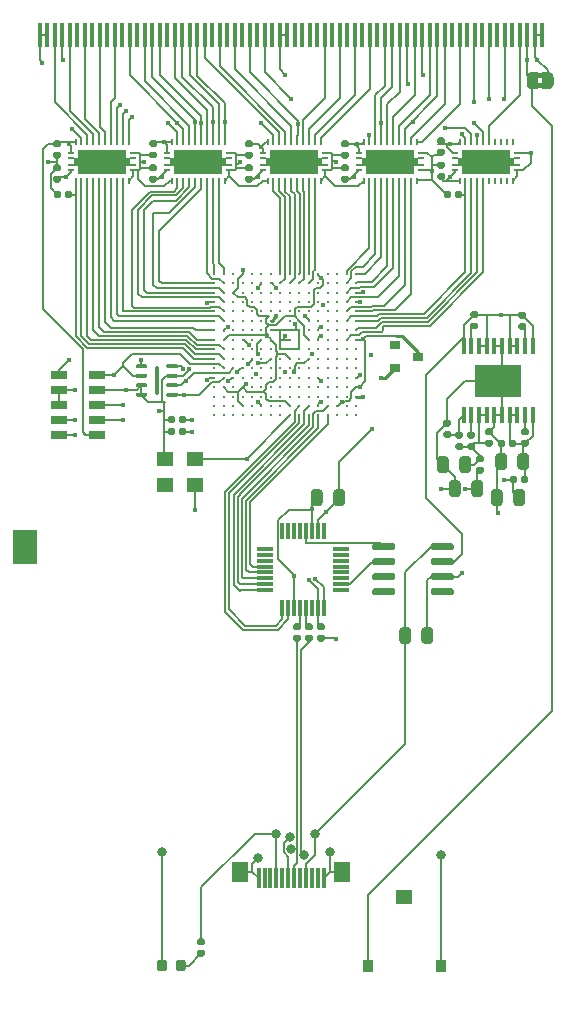
<source format=gbr>
%TF.GenerationSoftware,KiCad,Pcbnew,5.1.6*%
%TF.CreationDate,2021-05-06T17:12:19+02:00*%
%TF.ProjectId,nhci,6e686369-2e6b-4696-9361-645f70636258,rev?*%
%TF.SameCoordinates,Original*%
%TF.FileFunction,Copper,L1,Top*%
%TF.FilePolarity,Positive*%
%FSLAX46Y46*%
G04 Gerber Fmt 4.6, Leading zero omitted, Abs format (unit mm)*
G04 Created by KiCad (PCBNEW 5.1.6) date 2021-05-06 17:12:19*
%MOMM*%
%LPD*%
G01*
G04 APERTURE LIST*
%TA.AperFunction,EtchedComponent*%
%ADD10C,0.100000*%
%TD*%
%TA.AperFunction,SMDPad,CuDef*%
%ADD11R,0.900000X0.800000*%
%TD*%
%TA.AperFunction,SMDPad,CuDef*%
%ADD12R,1.400000X1.700000*%
%TD*%
%TA.AperFunction,SMDPad,CuDef*%
%ADD13R,0.300000X1.700000*%
%TD*%
%TA.AperFunction,ConnectorPad*%
%ADD14R,0.400000X2.000000*%
%TD*%
%TA.AperFunction,ConnectorPad*%
%ADD15R,2.000000X3.000000*%
%TD*%
%TA.AperFunction,SMDPad,CuDef*%
%ADD16R,1.470000X0.740000*%
%TD*%
%TA.AperFunction,SMDPad,CuDef*%
%ADD17C,0.100000*%
%TD*%
%TA.AperFunction,SMDPad,CuDef*%
%ADD18R,3.860000X2.740000*%
%TD*%
%TA.AperFunction,SMDPad,CuDef*%
%ADD19R,0.450000X1.450000*%
%TD*%
%TA.AperFunction,SMDPad,CuDef*%
%ADD20R,1.400000X1.200000*%
%TD*%
%TA.AperFunction,SMDPad,CuDef*%
%ADD21R,1.475000X0.300000*%
%TD*%
%TA.AperFunction,SMDPad,CuDef*%
%ADD22R,0.300000X1.475000*%
%TD*%
%TA.AperFunction,SMDPad,CuDef*%
%ADD23R,0.900000X1.000000*%
%TD*%
%TA.AperFunction,SMDPad,CuDef*%
%ADD24C,0.320000*%
%TD*%
%TA.AperFunction,SMDPad,CuDef*%
%ADD25R,0.325000X0.750000*%
%TD*%
%TA.AperFunction,SMDPad,CuDef*%
%ADD26R,0.600000X0.200000*%
%TD*%
%TA.AperFunction,SMDPad,CuDef*%
%ADD27R,4.050000X2.050000*%
%TD*%
%TA.AperFunction,SMDPad,CuDef*%
%ADD28R,0.600000X0.240000*%
%TD*%
%TA.AperFunction,SMDPad,CuDef*%
%ADD29R,0.240000X0.600000*%
%TD*%
%TA.AperFunction,ViaPad*%
%ADD30C,0.400000*%
%TD*%
%TA.AperFunction,ViaPad*%
%ADD31C,0.800000*%
%TD*%
%TA.AperFunction,Conductor*%
%ADD32C,0.200000*%
%TD*%
%TA.AperFunction,Conductor*%
%ADD33C,0.250000*%
%TD*%
G04 APERTURE END LIST*
D10*
%TO.C,JP1*%
G36*
X87118000Y-102708000D02*
G01*
X86618000Y-102708000D01*
X86618000Y-102308000D01*
X87118000Y-102308000D01*
X87118000Y-102708000D01*
G37*
G36*
X87118000Y-101908000D02*
G01*
X86618000Y-101908000D01*
X86618000Y-101508000D01*
X87118000Y-101508000D01*
X87118000Y-101908000D01*
G37*
%TD*%
D11*
%TO.P,D1,3*%
%TO.N,+3V3*%
X76565000Y-125476000D03*
%TO.P,D1,2*%
%TO.N,Net-(D1-Pad2)*%
X74565000Y-126426000D03*
%TO.P,D1,1*%
%TO.N,Net-(D1-Pad1)*%
X74565000Y-124526000D03*
%TD*%
%TO.P,R24,2*%
%TO.N,GND*%
%TA.AperFunction,SMDPad,CuDef*%
G36*
G01*
X46292000Y-111587500D02*
X46292000Y-111932500D01*
G75*
G02*
X46144500Y-112080000I-147500J0D01*
G01*
X45849500Y-112080000D01*
G75*
G02*
X45702000Y-111932500I0J147500D01*
G01*
X45702000Y-111587500D01*
G75*
G02*
X45849500Y-111440000I147500J0D01*
G01*
X46144500Y-111440000D01*
G75*
G02*
X46292000Y-111587500I0J-147500D01*
G01*
G37*
%TD.AperFunction*%
%TO.P,R24,1*%
%TO.N,F_DDIR*%
%TA.AperFunction,SMDPad,CuDef*%
G36*
G01*
X47262000Y-111587500D02*
X47262000Y-111932500D01*
G75*
G02*
X47114500Y-112080000I-147500J0D01*
G01*
X46819500Y-112080000D01*
G75*
G02*
X46672000Y-111932500I0J147500D01*
G01*
X46672000Y-111587500D01*
G75*
G02*
X46819500Y-111440000I147500J0D01*
G01*
X47114500Y-111440000D01*
G75*
G02*
X47262000Y-111587500I0J-147500D01*
G01*
G37*
%TD.AperFunction*%
%TD*%
D12*
%TO.P,U1,SH2*%
%TO.N,GND*%
X61466000Y-169082000D03*
%TO.P,U1,SH4*%
X70106000Y-169082000D03*
D13*
%TO.P,U1,A1*%
X63036000Y-169632000D03*
%TO.P,U1,A2*%
%TO.N,Net-(U1-PadA2)*%
X63536000Y-169632000D03*
%TO.P,U1,A3*%
%TO.N,Net-(U1-PadA3)*%
X64036000Y-169632000D03*
%TO.P,U1,A4*%
%TO.N,Net-(C29-Pad1)*%
X64536000Y-169632000D03*
%TO.P,U1,A5*%
%TO.N,Net-(U1-PadA5)*%
X65036000Y-169632000D03*
%TO.P,U1,A6*%
%TO.N,Net-(R19-Pad1)*%
X65536000Y-169632000D03*
%TO.P,U1,A12*%
%TO.N,GND*%
X68536000Y-169632000D03*
%TO.P,U1,A11*%
%TO.N,Net-(U1-PadA11)*%
X68036000Y-169632000D03*
%TO.P,U1,A10*%
%TO.N,Net-(U1-PadA10)*%
X67536000Y-169632000D03*
%TO.P,U1,A9*%
%TO.N,Net-(C29-Pad1)*%
X67036000Y-169632000D03*
%TO.P,U1,A8*%
%TO.N,Net-(U1-PadA8)*%
X66536000Y-169632000D03*
%TO.P,U1,A7*%
%TO.N,Net-(R20-Pad1)*%
X66036000Y-169632000D03*
D14*
%TO.P,U1,1*%
%TO.N,GND*%
X44513500Y-98282000D03*
%TO.P,U1,2*%
%TO.N,/P_D3*%
X45783500Y-98282000D03*
%TO.P,U1,3*%
%TO.N,/P_D4*%
X47053500Y-98282000D03*
%TO.P,U1,4*%
%TO.N,/P_D5*%
X48323500Y-98282000D03*
%TO.P,U1,5*%
%TO.N,/P_D6*%
X49593500Y-98282000D03*
%TO.P,U1,6*%
%TO.N,/P_D7*%
X50863500Y-98282000D03*
%TO.P,U1,7*%
%TO.N,/P_CE1*%
X52133500Y-98282000D03*
%TO.P,U1,8*%
%TO.N,/P_A10*%
X53403500Y-98282000D03*
%TO.P,U1,9*%
%TO.N,/P_OE*%
X54673500Y-98282000D03*
%TO.P,U1,10*%
%TO.N,/P_A11*%
X55943500Y-98282000D03*
%TO.P,U1,11*%
%TO.N,/P_A9*%
X57213500Y-98282000D03*
%TO.P,U1,12*%
%TO.N,/P_A8*%
X58483500Y-98282000D03*
%TO.P,U1,13*%
%TO.N,/P_A13*%
X59753500Y-98282000D03*
%TO.P,U1,14*%
%TO.N,/P_A14*%
X61023500Y-98282000D03*
%TO.P,U1,15*%
%TO.N,/P_WE*%
X62293500Y-98282000D03*
%TO.P,U1,16*%
%TO.N,/P_READY*%
X63563500Y-98282000D03*
%TO.P,U1,17*%
%TO.N,+5V*%
X64833500Y-98282000D03*
%TO.P,U1,18*%
%TO.N,Net-(U1-Pad18)*%
X66103500Y-98282000D03*
%TO.P,U1,19*%
%TO.N,Net-(U1-Pad19)*%
X67373500Y-98282000D03*
%TO.P,U1,20*%
%TO.N,/P_A15*%
X68643500Y-98282000D03*
%TO.P,U1,21*%
%TO.N,/P_A12*%
X69913500Y-98282000D03*
%TO.P,U1,22*%
%TO.N,/P_A7*%
X71183500Y-98282000D03*
%TO.P,U1,23*%
%TO.N,/P_A6*%
X72453500Y-98282000D03*
%TO.P,U1,24*%
%TO.N,/P_A5*%
X73723500Y-98282000D03*
%TO.P,U1,25*%
%TO.N,/P_A4*%
X74993500Y-98282000D03*
%TO.P,U1,26*%
%TO.N,/P_A3*%
X76263500Y-98282000D03*
%TO.P,U1,27*%
%TO.N,/P_A2*%
X77533500Y-98282000D03*
%TO.P,U1,28*%
%TO.N,/P_A1*%
X78803500Y-98282000D03*
%TO.P,U1,29*%
%TO.N,/P_A0*%
X80073500Y-98282000D03*
%TO.P,U1,30*%
%TO.N,/P_D0*%
X81343500Y-98282000D03*
%TO.P,U1,31*%
%TO.N,/P_D1*%
X82613500Y-98282000D03*
%TO.P,U1,32*%
%TO.N,/P_D2*%
X83883500Y-98282000D03*
%TO.P,U1,33*%
%TO.N,/P_WP*%
X85153500Y-98282000D03*
%TO.P,U1,34*%
%TO.N,GND*%
X86423500Y-98282000D03*
%TO.P,U1,35*%
X45148500Y-98282000D03*
%TO.P,U1,36*%
%TO.N,Net-(JP1-Pad2)*%
X46418500Y-98282000D03*
%TO.P,U1,37*%
%TO.N,Net-(U1-Pad37)*%
X47688500Y-98282000D03*
%TO.P,U1,38*%
%TO.N,Net-(U1-Pad38)*%
X48958500Y-98282000D03*
%TO.P,U1,39*%
%TO.N,Net-(U1-Pad39)*%
X50228500Y-98282000D03*
%TO.P,U1,40*%
%TO.N,Net-(U1-Pad40)*%
X51498500Y-98282000D03*
%TO.P,U1,41*%
%TO.N,Net-(U1-Pad41)*%
X52768500Y-98282000D03*
%TO.P,U1,42*%
%TO.N,/P_CE2*%
X54038500Y-98282000D03*
%TO.P,U1,43*%
%TO.N,Net-(U1-Pad43)*%
X55308500Y-98282000D03*
%TO.P,U1,44*%
%TO.N,/P_IORD*%
X56578500Y-98282000D03*
%TO.P,U1,45*%
%TO.N,/P_IOWR*%
X57848500Y-98282000D03*
%TO.P,U1,46*%
%TO.N,Net-(U1-Pad46)*%
X59118500Y-98282000D03*
%TO.P,U1,47*%
%TO.N,Net-(U1-Pad47)*%
X60388500Y-98282000D03*
%TO.P,U1,48*%
%TO.N,Net-(U1-Pad48)*%
X61658500Y-98282000D03*
%TO.P,U1,49*%
%TO.N,Net-(U1-Pad49)*%
X62928500Y-98282000D03*
%TO.P,U1,50*%
%TO.N,Net-(U1-Pad50)*%
X64198500Y-98282000D03*
%TO.P,U1,51*%
%TO.N,+5V*%
X65468500Y-98282000D03*
%TO.P,U1,52*%
%TO.N,Net-(U1-Pad52)*%
X66738500Y-98282000D03*
%TO.P,U1,53*%
%TO.N,Net-(U1-Pad53)*%
X68008500Y-98282000D03*
%TO.P,U1,54*%
%TO.N,Net-(U1-Pad54)*%
X69278500Y-98282000D03*
%TO.P,U1,55*%
%TO.N,Net-(U1-Pad55)*%
X70548500Y-98282000D03*
%TO.P,U1,56*%
%TO.N,Net-(U1-Pad56)*%
X71818500Y-98282000D03*
%TO.P,U1,57*%
%TO.N,Net-(U1-Pad57)*%
X73088500Y-98282000D03*
%TO.P,U1,58*%
%TO.N,/P_RESET*%
X74358500Y-98282000D03*
%TO.P,U1,59*%
%TO.N,/P_WAIT*%
X75628500Y-98282000D03*
%TO.P,U1,60*%
%TO.N,/P_INPACK*%
X76898500Y-98282000D03*
%TO.P,U1,61*%
%TO.N,/P_REG*%
X78168500Y-98282000D03*
%TO.P,U1,62*%
%TO.N,Net-(U1-Pad62)*%
X79438500Y-98282000D03*
%TO.P,U1,63*%
%TO.N,Net-(U1-Pad63)*%
X80708500Y-98282000D03*
%TO.P,U1,64*%
%TO.N,Net-(U1-Pad64)*%
X81978500Y-98282000D03*
%TO.P,U1,65*%
%TO.N,Net-(U1-Pad65)*%
X83248500Y-98282000D03*
%TO.P,U1,66*%
%TO.N,Net-(U1-Pad66)*%
X84518500Y-98282000D03*
%TO.P,U1,67*%
%TO.N,Net-(JP1-Pad2)*%
X85788500Y-98282000D03*
%TO.P,U1,68*%
%TO.N,GND*%
X87058500Y-98282000D03*
D15*
%TO.P,U1,GCLIP*%
X43286000Y-141632000D03*
%TD*%
%TO.P,D2,2*%
%TO.N,Net-(D2-Pad2)*%
%TA.AperFunction,SMDPad,CuDef*%
G36*
G01*
X56001500Y-177294250D02*
X56001500Y-176781750D01*
G75*
G02*
X56220250Y-176563000I218750J0D01*
G01*
X56657750Y-176563000D01*
G75*
G02*
X56876500Y-176781750I0J-218750D01*
G01*
X56876500Y-177294250D01*
G75*
G02*
X56657750Y-177513000I-218750J0D01*
G01*
X56220250Y-177513000D01*
G75*
G02*
X56001500Y-177294250I0J218750D01*
G01*
G37*
%TD.AperFunction*%
%TO.P,D2,1*%
%TO.N,GND*%
%TA.AperFunction,SMDPad,CuDef*%
G36*
G01*
X54426500Y-177294250D02*
X54426500Y-176781750D01*
G75*
G02*
X54645250Y-176563000I218750J0D01*
G01*
X55082750Y-176563000D01*
G75*
G02*
X55301500Y-176781750I0J-218750D01*
G01*
X55301500Y-177294250D01*
G75*
G02*
X55082750Y-177513000I-218750J0D01*
G01*
X54645250Y-177513000D01*
G75*
G02*
X54426500Y-177294250I0J218750D01*
G01*
G37*
%TD.AperFunction*%
%TD*%
%TO.P,R23,2*%
%TO.N,Net-(D2-Pad2)*%
%TA.AperFunction,SMDPad,CuDef*%
G36*
G01*
X57993500Y-175704000D02*
X58338500Y-175704000D01*
G75*
G02*
X58486000Y-175851500I0J-147500D01*
G01*
X58486000Y-176146500D01*
G75*
G02*
X58338500Y-176294000I-147500J0D01*
G01*
X57993500Y-176294000D01*
G75*
G02*
X57846000Y-176146500I0J147500D01*
G01*
X57846000Y-175851500D01*
G75*
G02*
X57993500Y-175704000I147500J0D01*
G01*
G37*
%TD.AperFunction*%
%TO.P,R23,1*%
%TO.N,Net-(C29-Pad1)*%
%TA.AperFunction,SMDPad,CuDef*%
G36*
G01*
X57993500Y-174734000D02*
X58338500Y-174734000D01*
G75*
G02*
X58486000Y-174881500I0J-147500D01*
G01*
X58486000Y-175176500D01*
G75*
G02*
X58338500Y-175324000I-147500J0D01*
G01*
X57993500Y-175324000D01*
G75*
G02*
X57846000Y-175176500I0J147500D01*
G01*
X57846000Y-174881500D01*
G75*
G02*
X57993500Y-174734000I147500J0D01*
G01*
G37*
%TD.AperFunction*%
%TD*%
%TO.P,R22,2*%
%TO.N,CDONE*%
%TA.AperFunction,SMDPad,CuDef*%
G36*
G01*
X56301000Y-131998500D02*
X56301000Y-131653500D01*
G75*
G02*
X56448500Y-131506000I147500J0D01*
G01*
X56743500Y-131506000D01*
G75*
G02*
X56891000Y-131653500I0J-147500D01*
G01*
X56891000Y-131998500D01*
G75*
G02*
X56743500Y-132146000I-147500J0D01*
G01*
X56448500Y-132146000D01*
G75*
G02*
X56301000Y-131998500I0J147500D01*
G01*
G37*
%TD.AperFunction*%
%TO.P,R22,1*%
%TO.N,+3V3*%
%TA.AperFunction,SMDPad,CuDef*%
G36*
G01*
X55331000Y-131998500D02*
X55331000Y-131653500D01*
G75*
G02*
X55478500Y-131506000I147500J0D01*
G01*
X55773500Y-131506000D01*
G75*
G02*
X55921000Y-131653500I0J-147500D01*
G01*
X55921000Y-131998500D01*
G75*
G02*
X55773500Y-132146000I-147500J0D01*
G01*
X55478500Y-132146000D01*
G75*
G02*
X55331000Y-131998500I0J147500D01*
G01*
G37*
%TD.AperFunction*%
%TD*%
%TO.P,R21,2*%
%TO.N,CRESET*%
%TA.AperFunction,SMDPad,CuDef*%
G36*
G01*
X56301000Y-130982500D02*
X56301000Y-130637500D01*
G75*
G02*
X56448500Y-130490000I147500J0D01*
G01*
X56743500Y-130490000D01*
G75*
G02*
X56891000Y-130637500I0J-147500D01*
G01*
X56891000Y-130982500D01*
G75*
G02*
X56743500Y-131130000I-147500J0D01*
G01*
X56448500Y-131130000D01*
G75*
G02*
X56301000Y-130982500I0J147500D01*
G01*
G37*
%TD.AperFunction*%
%TO.P,R21,1*%
%TO.N,+3V3*%
%TA.AperFunction,SMDPad,CuDef*%
G36*
G01*
X55331000Y-130982500D02*
X55331000Y-130637500D01*
G75*
G02*
X55478500Y-130490000I147500J0D01*
G01*
X55773500Y-130490000D01*
G75*
G02*
X55921000Y-130637500I0J-147500D01*
G01*
X55921000Y-130982500D01*
G75*
G02*
X55773500Y-131130000I-147500J0D01*
G01*
X55478500Y-131130000D01*
G75*
G02*
X55331000Y-130982500I0J147500D01*
G01*
G37*
%TD.AperFunction*%
%TD*%
D16*
%TO.P,J1,10*%
%TO.N,CDONE*%
X46137000Y-132080000D03*
%TO.P,J1,9*%
%TO.N,+5V*%
X49367000Y-132080000D03*
%TO.P,J1,8*%
%TO.N,CRESET*%
X46137000Y-130810000D03*
%TO.P,J1,7*%
%TO.N,Net-(J1-Pad7)*%
X49367000Y-130810000D03*
%TO.P,J1,6*%
%TO.N,GND*%
X46137000Y-129540000D03*
%TO.P,J1,5*%
%TO.N,Net-(J1-Pad5)*%
X49367000Y-129540000D03*
%TO.P,J1,4*%
%TO.N,GND*%
X46137000Y-128270000D03*
%TO.P,J1,3*%
%TO.N,+3V3*%
X49367000Y-128270000D03*
%TO.P,J1,2*%
%TO.N,Net-(J1-Pad2)*%
X46137000Y-127000000D03*
%TO.P,J1,1*%
%TO.N,Net-(J1-Pad1)*%
X49367000Y-127000000D03*
%TD*%
%TA.AperFunction,SMDPad,CuDef*%
D17*
%TO.P,JP1,1*%
%TO.N,GND*%
G36*
X87018000Y-101358000D02*
G01*
X87518000Y-101358000D01*
X87518000Y-101358602D01*
X87542534Y-101358602D01*
X87591365Y-101363412D01*
X87639490Y-101372984D01*
X87686445Y-101387228D01*
X87731778Y-101406005D01*
X87775051Y-101429136D01*
X87815850Y-101456396D01*
X87853779Y-101487524D01*
X87888476Y-101522221D01*
X87919604Y-101560150D01*
X87946864Y-101600949D01*
X87969995Y-101644222D01*
X87988772Y-101689555D01*
X88003016Y-101736510D01*
X88012588Y-101784635D01*
X88017398Y-101833466D01*
X88017398Y-101858000D01*
X88018000Y-101858000D01*
X88018000Y-102358000D01*
X88017398Y-102358000D01*
X88017398Y-102382534D01*
X88012588Y-102431365D01*
X88003016Y-102479490D01*
X87988772Y-102526445D01*
X87969995Y-102571778D01*
X87946864Y-102615051D01*
X87919604Y-102655850D01*
X87888476Y-102693779D01*
X87853779Y-102728476D01*
X87815850Y-102759604D01*
X87775051Y-102786864D01*
X87731778Y-102809995D01*
X87686445Y-102828772D01*
X87639490Y-102843016D01*
X87591365Y-102852588D01*
X87542534Y-102857398D01*
X87518000Y-102857398D01*
X87518000Y-102858000D01*
X87018000Y-102858000D01*
X87018000Y-101358000D01*
G37*
%TD.AperFunction*%
%TA.AperFunction,SMDPad,CuDef*%
%TO.P,JP1,2*%
%TO.N,Net-(JP1-Pad2)*%
G36*
X86218000Y-102857398D02*
G01*
X86193466Y-102857398D01*
X86144635Y-102852588D01*
X86096510Y-102843016D01*
X86049555Y-102828772D01*
X86004222Y-102809995D01*
X85960949Y-102786864D01*
X85920150Y-102759604D01*
X85882221Y-102728476D01*
X85847524Y-102693779D01*
X85816396Y-102655850D01*
X85789136Y-102615051D01*
X85766005Y-102571778D01*
X85747228Y-102526445D01*
X85732984Y-102479490D01*
X85723412Y-102431365D01*
X85718602Y-102382534D01*
X85718602Y-102358000D01*
X85718000Y-102358000D01*
X85718000Y-101858000D01*
X85718602Y-101858000D01*
X85718602Y-101833466D01*
X85723412Y-101784635D01*
X85732984Y-101736510D01*
X85747228Y-101689555D01*
X85766005Y-101644222D01*
X85789136Y-101600949D01*
X85816396Y-101560150D01*
X85847524Y-101522221D01*
X85882221Y-101487524D01*
X85920150Y-101456396D01*
X85960949Y-101429136D01*
X86004222Y-101406005D01*
X86049555Y-101387228D01*
X86096510Y-101372984D01*
X86144635Y-101363412D01*
X86193466Y-101358602D01*
X86218000Y-101358602D01*
X86218000Y-101358000D01*
X86718000Y-101358000D01*
X86718000Y-102858000D01*
X86218000Y-102858000D01*
X86218000Y-102857398D01*
G37*
%TD.AperFunction*%
%TD*%
%TO.P,U4,8*%
%TO.N,Net-(C29-Pad1)*%
%TA.AperFunction,SMDPad,CuDef*%
G36*
G01*
X77620000Y-141727000D02*
X77620000Y-141427000D01*
G75*
G02*
X77770000Y-141277000I150000J0D01*
G01*
X79420000Y-141277000D01*
G75*
G02*
X79570000Y-141427000I0J-150000D01*
G01*
X79570000Y-141727000D01*
G75*
G02*
X79420000Y-141877000I-150000J0D01*
G01*
X77770000Y-141877000D01*
G75*
G02*
X77620000Y-141727000I0J150000D01*
G01*
G37*
%TD.AperFunction*%
%TO.P,U4,7*%
%TO.N,+5V*%
%TA.AperFunction,SMDPad,CuDef*%
G36*
G01*
X77620000Y-142997000D02*
X77620000Y-142697000D01*
G75*
G02*
X77770000Y-142547000I150000J0D01*
G01*
X79420000Y-142547000D01*
G75*
G02*
X79570000Y-142697000I0J-150000D01*
G01*
X79570000Y-142997000D01*
G75*
G02*
X79420000Y-143147000I-150000J0D01*
G01*
X77770000Y-143147000D01*
G75*
G02*
X77620000Y-142997000I0J150000D01*
G01*
G37*
%TD.AperFunction*%
%TO.P,U4,6*%
%TO.N,GND*%
%TA.AperFunction,SMDPad,CuDef*%
G36*
G01*
X77620000Y-144267000D02*
X77620000Y-143967000D01*
G75*
G02*
X77770000Y-143817000I150000J0D01*
G01*
X79420000Y-143817000D01*
G75*
G02*
X79570000Y-143967000I0J-150000D01*
G01*
X79570000Y-144267000D01*
G75*
G02*
X79420000Y-144417000I-150000J0D01*
G01*
X77770000Y-144417000D01*
G75*
G02*
X77620000Y-144267000I0J150000D01*
G01*
G37*
%TD.AperFunction*%
%TO.P,U4,5*%
%TO.N,Net-(U4-Pad5)*%
%TA.AperFunction,SMDPad,CuDef*%
G36*
G01*
X77620000Y-145537000D02*
X77620000Y-145237000D01*
G75*
G02*
X77770000Y-145087000I150000J0D01*
G01*
X79420000Y-145087000D01*
G75*
G02*
X79570000Y-145237000I0J-150000D01*
G01*
X79570000Y-145537000D01*
G75*
G02*
X79420000Y-145687000I-150000J0D01*
G01*
X77770000Y-145687000D01*
G75*
G02*
X77620000Y-145537000I0J150000D01*
G01*
G37*
%TD.AperFunction*%
%TO.P,U4,4*%
%TO.N,Net-(U4-Pad4)*%
%TA.AperFunction,SMDPad,CuDef*%
G36*
G01*
X72670000Y-145537000D02*
X72670000Y-145237000D01*
G75*
G02*
X72820000Y-145087000I150000J0D01*
G01*
X74470000Y-145087000D01*
G75*
G02*
X74620000Y-145237000I0J-150000D01*
G01*
X74620000Y-145537000D01*
G75*
G02*
X74470000Y-145687000I-150000J0D01*
G01*
X72820000Y-145687000D01*
G75*
G02*
X72670000Y-145537000I0J150000D01*
G01*
G37*
%TD.AperFunction*%
%TO.P,U4,3*%
%TO.N,Net-(U4-Pad3)*%
%TA.AperFunction,SMDPad,CuDef*%
G36*
G01*
X72670000Y-144267000D02*
X72670000Y-143967000D01*
G75*
G02*
X72820000Y-143817000I150000J0D01*
G01*
X74470000Y-143817000D01*
G75*
G02*
X74620000Y-143967000I0J-150000D01*
G01*
X74620000Y-144267000D01*
G75*
G02*
X74470000Y-144417000I-150000J0D01*
G01*
X72820000Y-144417000D01*
G75*
G02*
X72670000Y-144267000I0J150000D01*
G01*
G37*
%TD.AperFunction*%
%TO.P,U4,2*%
%TO.N,Net-(IC6-Pad26)*%
%TA.AperFunction,SMDPad,CuDef*%
G36*
G01*
X72670000Y-142997000D02*
X72670000Y-142697000D01*
G75*
G02*
X72820000Y-142547000I150000J0D01*
G01*
X74470000Y-142547000D01*
G75*
G02*
X74620000Y-142697000I0J-150000D01*
G01*
X74620000Y-142997000D01*
G75*
G02*
X74470000Y-143147000I-150000J0D01*
G01*
X72820000Y-143147000D01*
G75*
G02*
X72670000Y-142997000I0J150000D01*
G01*
G37*
%TD.AperFunction*%
%TO.P,U4,1*%
%TO.N,Net-(IC6-Pad4)*%
%TA.AperFunction,SMDPad,CuDef*%
G36*
G01*
X72670000Y-141727000D02*
X72670000Y-141427000D01*
G75*
G02*
X72820000Y-141277000I150000J0D01*
G01*
X74470000Y-141277000D01*
G75*
G02*
X74620000Y-141427000I0J-150000D01*
G01*
X74620000Y-141727000D01*
G75*
G02*
X74470000Y-141877000I-150000J0D01*
G01*
X72820000Y-141877000D01*
G75*
G02*
X72670000Y-141727000I0J150000D01*
G01*
G37*
%TD.AperFunction*%
%TD*%
%TO.P,R20,2*%
%TO.N,Net-(IC6-Pad20)*%
%TA.AperFunction,SMDPad,CuDef*%
G36*
G01*
X66466500Y-148654000D02*
X66121500Y-148654000D01*
G75*
G02*
X65974000Y-148506500I0J147500D01*
G01*
X65974000Y-148211500D01*
G75*
G02*
X66121500Y-148064000I147500J0D01*
G01*
X66466500Y-148064000D01*
G75*
G02*
X66614000Y-148211500I0J-147500D01*
G01*
X66614000Y-148506500D01*
G75*
G02*
X66466500Y-148654000I-147500J0D01*
G01*
G37*
%TD.AperFunction*%
%TO.P,R20,1*%
%TO.N,Net-(R20-Pad1)*%
%TA.AperFunction,SMDPad,CuDef*%
G36*
G01*
X66466500Y-149624000D02*
X66121500Y-149624000D01*
G75*
G02*
X65974000Y-149476500I0J147500D01*
G01*
X65974000Y-149181500D01*
G75*
G02*
X66121500Y-149034000I147500J0D01*
G01*
X66466500Y-149034000D01*
G75*
G02*
X66614000Y-149181500I0J-147500D01*
G01*
X66614000Y-149476500D01*
G75*
G02*
X66466500Y-149624000I-147500J0D01*
G01*
G37*
%TD.AperFunction*%
%TD*%
%TO.P,R19,2*%
%TO.N,Net-(IC6-Pad21)*%
%TA.AperFunction,SMDPad,CuDef*%
G36*
G01*
X67482500Y-148654000D02*
X67137500Y-148654000D01*
G75*
G02*
X66990000Y-148506500I0J147500D01*
G01*
X66990000Y-148211500D01*
G75*
G02*
X67137500Y-148064000I147500J0D01*
G01*
X67482500Y-148064000D01*
G75*
G02*
X67630000Y-148211500I0J-147500D01*
G01*
X67630000Y-148506500D01*
G75*
G02*
X67482500Y-148654000I-147500J0D01*
G01*
G37*
%TD.AperFunction*%
%TO.P,R19,1*%
%TO.N,Net-(R19-Pad1)*%
%TA.AperFunction,SMDPad,CuDef*%
G36*
G01*
X67482500Y-149624000D02*
X67137500Y-149624000D01*
G75*
G02*
X66990000Y-149476500I0J147500D01*
G01*
X66990000Y-149181500D01*
G75*
G02*
X67137500Y-149034000I147500J0D01*
G01*
X67482500Y-149034000D01*
G75*
G02*
X67630000Y-149181500I0J-147500D01*
G01*
X67630000Y-149476500D01*
G75*
G02*
X67482500Y-149624000I-147500J0D01*
G01*
G37*
%TD.AperFunction*%
%TD*%
%TO.P,C29,2*%
%TO.N,GND*%
%TA.AperFunction,SMDPad,CuDef*%
G36*
G01*
X76825500Y-149554250D02*
X76825500Y-148641750D01*
G75*
G02*
X77069250Y-148398000I243750J0D01*
G01*
X77556750Y-148398000D01*
G75*
G02*
X77800500Y-148641750I0J-243750D01*
G01*
X77800500Y-149554250D01*
G75*
G02*
X77556750Y-149798000I-243750J0D01*
G01*
X77069250Y-149798000D01*
G75*
G02*
X76825500Y-149554250I0J243750D01*
G01*
G37*
%TD.AperFunction*%
%TO.P,C29,1*%
%TO.N,Net-(C29-Pad1)*%
%TA.AperFunction,SMDPad,CuDef*%
G36*
G01*
X74950500Y-149554250D02*
X74950500Y-148641750D01*
G75*
G02*
X75194250Y-148398000I243750J0D01*
G01*
X75681750Y-148398000D01*
G75*
G02*
X75925500Y-148641750I0J-243750D01*
G01*
X75925500Y-149554250D01*
G75*
G02*
X75681750Y-149798000I-243750J0D01*
G01*
X75194250Y-149798000D01*
G75*
G02*
X74950500Y-149554250I0J243750D01*
G01*
G37*
%TD.AperFunction*%
%TD*%
%TO.P,C28,2*%
%TO.N,GND*%
%TA.AperFunction,SMDPad,CuDef*%
G36*
G01*
X68153500Y-149034000D02*
X68498500Y-149034000D01*
G75*
G02*
X68646000Y-149181500I0J-147500D01*
G01*
X68646000Y-149476500D01*
G75*
G02*
X68498500Y-149624000I-147500J0D01*
G01*
X68153500Y-149624000D01*
G75*
G02*
X68006000Y-149476500I0J147500D01*
G01*
X68006000Y-149181500D01*
G75*
G02*
X68153500Y-149034000I147500J0D01*
G01*
G37*
%TD.AperFunction*%
%TO.P,C28,1*%
%TO.N,+3V3*%
%TA.AperFunction,SMDPad,CuDef*%
G36*
G01*
X68153500Y-148064000D02*
X68498500Y-148064000D01*
G75*
G02*
X68646000Y-148211500I0J-147500D01*
G01*
X68646000Y-148506500D01*
G75*
G02*
X68498500Y-148654000I-147500J0D01*
G01*
X68153500Y-148654000D01*
G75*
G02*
X68006000Y-148506500I0J147500D01*
G01*
X68006000Y-148211500D01*
G75*
G02*
X68153500Y-148064000I147500J0D01*
G01*
G37*
%TD.AperFunction*%
%TD*%
%TO.P,C27,2*%
%TO.N,GND*%
%TA.AperFunction,SMDPad,CuDef*%
G36*
G01*
X68462500Y-136957750D02*
X68462500Y-137870250D01*
G75*
G02*
X68218750Y-138114000I-243750J0D01*
G01*
X67731250Y-138114000D01*
G75*
G02*
X67487500Y-137870250I0J243750D01*
G01*
X67487500Y-136957750D01*
G75*
G02*
X67731250Y-136714000I243750J0D01*
G01*
X68218750Y-136714000D01*
G75*
G02*
X68462500Y-136957750I0J-243750D01*
G01*
G37*
%TD.AperFunction*%
%TO.P,C27,1*%
%TO.N,+3V3*%
%TA.AperFunction,SMDPad,CuDef*%
G36*
G01*
X70337500Y-136957750D02*
X70337500Y-137870250D01*
G75*
G02*
X70093750Y-138114000I-243750J0D01*
G01*
X69606250Y-138114000D01*
G75*
G02*
X69362500Y-137870250I0J243750D01*
G01*
X69362500Y-136957750D01*
G75*
G02*
X69606250Y-136714000I243750J0D01*
G01*
X70093750Y-136714000D01*
G75*
G02*
X70337500Y-136957750I0J-243750D01*
G01*
G37*
%TD.AperFunction*%
%TD*%
%TO.P,R18,2*%
%TO.N,Net-(IC7-Pad12)*%
%TA.AperFunction,SMDPad,CuDef*%
G36*
G01*
X85171500Y-122641000D02*
X85516500Y-122641000D01*
G75*
G02*
X85664000Y-122788500I0J-147500D01*
G01*
X85664000Y-123083500D01*
G75*
G02*
X85516500Y-123231000I-147500J0D01*
G01*
X85171500Y-123231000D01*
G75*
G02*
X85024000Y-123083500I0J147500D01*
G01*
X85024000Y-122788500D01*
G75*
G02*
X85171500Y-122641000I147500J0D01*
G01*
G37*
%TD.AperFunction*%
%TO.P,R18,1*%
%TO.N,+5V*%
%TA.AperFunction,SMDPad,CuDef*%
G36*
G01*
X85171500Y-121671000D02*
X85516500Y-121671000D01*
G75*
G02*
X85664000Y-121818500I0J-147500D01*
G01*
X85664000Y-122113500D01*
G75*
G02*
X85516500Y-122261000I-147500J0D01*
G01*
X85171500Y-122261000D01*
G75*
G02*
X85024000Y-122113500I0J147500D01*
G01*
X85024000Y-121818500D01*
G75*
G02*
X85171500Y-121671000I147500J0D01*
G01*
G37*
%TD.AperFunction*%
%TD*%
%TO.P,R17,2*%
%TO.N,Net-(IC7-Pad19)*%
%TA.AperFunction,SMDPad,CuDef*%
G36*
G01*
X81107500Y-122595000D02*
X81452500Y-122595000D01*
G75*
G02*
X81600000Y-122742500I0J-147500D01*
G01*
X81600000Y-123037500D01*
G75*
G02*
X81452500Y-123185000I-147500J0D01*
G01*
X81107500Y-123185000D01*
G75*
G02*
X80960000Y-123037500I0J147500D01*
G01*
X80960000Y-122742500D01*
G75*
G02*
X81107500Y-122595000I147500J0D01*
G01*
G37*
%TD.AperFunction*%
%TO.P,R17,1*%
%TO.N,+5V*%
%TA.AperFunction,SMDPad,CuDef*%
G36*
G01*
X81107500Y-121625000D02*
X81452500Y-121625000D01*
G75*
G02*
X81600000Y-121772500I0J-147500D01*
G01*
X81600000Y-122067500D01*
G75*
G02*
X81452500Y-122215000I-147500J0D01*
G01*
X81107500Y-122215000D01*
G75*
G02*
X80960000Y-122067500I0J147500D01*
G01*
X80960000Y-121772500D01*
G75*
G02*
X81107500Y-121625000I147500J0D01*
G01*
G37*
%TD.AperFunction*%
%TD*%
%TO.P,R16,2*%
%TO.N,Net-(IC7-Pad1)*%
%TA.AperFunction,SMDPad,CuDef*%
G36*
G01*
X78821500Y-131785000D02*
X79166500Y-131785000D01*
G75*
G02*
X79314000Y-131932500I0J-147500D01*
G01*
X79314000Y-132227500D01*
G75*
G02*
X79166500Y-132375000I-147500J0D01*
G01*
X78821500Y-132375000D01*
G75*
G02*
X78674000Y-132227500I0J147500D01*
G01*
X78674000Y-131932500D01*
G75*
G02*
X78821500Y-131785000I147500J0D01*
G01*
G37*
%TD.AperFunction*%
%TO.P,R16,1*%
%TO.N,GND*%
%TA.AperFunction,SMDPad,CuDef*%
G36*
G01*
X78821500Y-130815000D02*
X79166500Y-130815000D01*
G75*
G02*
X79314000Y-130962500I0J-147500D01*
G01*
X79314000Y-131257500D01*
G75*
G02*
X79166500Y-131405000I-147500J0D01*
G01*
X78821500Y-131405000D01*
G75*
G02*
X78674000Y-131257500I0J147500D01*
G01*
X78674000Y-130962500D01*
G75*
G02*
X78821500Y-130815000I147500J0D01*
G01*
G37*
%TD.AperFunction*%
%TD*%
%TO.P,R15,2*%
%TO.N,Net-(C23-Pad2)*%
%TA.AperFunction,SMDPad,CuDef*%
G36*
G01*
X79837500Y-132801000D02*
X80182500Y-132801000D01*
G75*
G02*
X80330000Y-132948500I0J-147500D01*
G01*
X80330000Y-133243500D01*
G75*
G02*
X80182500Y-133391000I-147500J0D01*
G01*
X79837500Y-133391000D01*
G75*
G02*
X79690000Y-133243500I0J147500D01*
G01*
X79690000Y-132948500D01*
G75*
G02*
X79837500Y-132801000I147500J0D01*
G01*
G37*
%TD.AperFunction*%
%TO.P,R15,1*%
%TO.N,Net-(IC7-Pad1)*%
%TA.AperFunction,SMDPad,CuDef*%
G36*
G01*
X79837500Y-131831000D02*
X80182500Y-131831000D01*
G75*
G02*
X80330000Y-131978500I0J-147500D01*
G01*
X80330000Y-132273500D01*
G75*
G02*
X80182500Y-132421000I-147500J0D01*
G01*
X79837500Y-132421000D01*
G75*
G02*
X79690000Y-132273500I0J147500D01*
G01*
X79690000Y-131978500D01*
G75*
G02*
X79837500Y-131831000I147500J0D01*
G01*
G37*
%TD.AperFunction*%
%TD*%
%TO.P,R14,2*%
%TO.N,Net-(C23-Pad2)*%
%TA.AperFunction,SMDPad,CuDef*%
G36*
G01*
X82377500Y-132524000D02*
X82722500Y-132524000D01*
G75*
G02*
X82870000Y-132671500I0J-147500D01*
G01*
X82870000Y-132966500D01*
G75*
G02*
X82722500Y-133114000I-147500J0D01*
G01*
X82377500Y-133114000D01*
G75*
G02*
X82230000Y-132966500I0J147500D01*
G01*
X82230000Y-132671500D01*
G75*
G02*
X82377500Y-132524000I147500J0D01*
G01*
G37*
%TD.AperFunction*%
%TO.P,R14,1*%
%TO.N,GND*%
%TA.AperFunction,SMDPad,CuDef*%
G36*
G01*
X82377500Y-131554000D02*
X82722500Y-131554000D01*
G75*
G02*
X82870000Y-131701500I0J-147500D01*
G01*
X82870000Y-131996500D01*
G75*
G02*
X82722500Y-132144000I-147500J0D01*
G01*
X82377500Y-132144000D01*
G75*
G02*
X82230000Y-131996500I0J147500D01*
G01*
X82230000Y-131701500D01*
G75*
G02*
X82377500Y-131554000I147500J0D01*
G01*
G37*
%TD.AperFunction*%
%TD*%
%TO.P,R13,2*%
%TO.N,Net-(C24-Pad2)*%
%TA.AperFunction,SMDPad,CuDef*%
G36*
G01*
X84264000Y-133014500D02*
X84264000Y-132669500D01*
G75*
G02*
X84411500Y-132522000I147500J0D01*
G01*
X84706500Y-132522000D01*
G75*
G02*
X84854000Y-132669500I0J-147500D01*
G01*
X84854000Y-133014500D01*
G75*
G02*
X84706500Y-133162000I-147500J0D01*
G01*
X84411500Y-133162000D01*
G75*
G02*
X84264000Y-133014500I0J147500D01*
G01*
G37*
%TD.AperFunction*%
%TO.P,R13,1*%
%TO.N,GND*%
%TA.AperFunction,SMDPad,CuDef*%
G36*
G01*
X83294000Y-133014500D02*
X83294000Y-132669500D01*
G75*
G02*
X83441500Y-132522000I147500J0D01*
G01*
X83736500Y-132522000D01*
G75*
G02*
X83884000Y-132669500I0J-147500D01*
G01*
X83884000Y-133014500D01*
G75*
G02*
X83736500Y-133162000I-147500J0D01*
G01*
X83441500Y-133162000D01*
G75*
G02*
X83294000Y-133014500I0J147500D01*
G01*
G37*
%TD.AperFunction*%
%TD*%
%TO.P,R12,2*%
%TO.N,+1V2*%
%TA.AperFunction,SMDPad,CuDef*%
G36*
G01*
X84900000Y-135717500D02*
X84900000Y-136062500D01*
G75*
G02*
X84752500Y-136210000I-147500J0D01*
G01*
X84457500Y-136210000D01*
G75*
G02*
X84310000Y-136062500I0J147500D01*
G01*
X84310000Y-135717500D01*
G75*
G02*
X84457500Y-135570000I147500J0D01*
G01*
X84752500Y-135570000D01*
G75*
G02*
X84900000Y-135717500I0J-147500D01*
G01*
G37*
%TD.AperFunction*%
%TO.P,R12,1*%
%TO.N,Net-(C24-Pad2)*%
%TA.AperFunction,SMDPad,CuDef*%
G36*
G01*
X85870000Y-135717500D02*
X85870000Y-136062500D01*
G75*
G02*
X85722500Y-136210000I-147500J0D01*
G01*
X85427500Y-136210000D01*
G75*
G02*
X85280000Y-136062500I0J147500D01*
G01*
X85280000Y-135717500D01*
G75*
G02*
X85427500Y-135570000I147500J0D01*
G01*
X85722500Y-135570000D01*
G75*
G02*
X85870000Y-135717500I0J-147500D01*
G01*
G37*
%TD.AperFunction*%
%TD*%
%TO.P,R11,2*%
%TO.N,+3V3*%
%TA.AperFunction,SMDPad,CuDef*%
G36*
G01*
X81615500Y-134810000D02*
X81960500Y-134810000D01*
G75*
G02*
X82108000Y-134957500I0J-147500D01*
G01*
X82108000Y-135252500D01*
G75*
G02*
X81960500Y-135400000I-147500J0D01*
G01*
X81615500Y-135400000D01*
G75*
G02*
X81468000Y-135252500I0J147500D01*
G01*
X81468000Y-134957500D01*
G75*
G02*
X81615500Y-134810000I147500J0D01*
G01*
G37*
%TD.AperFunction*%
%TO.P,R11,1*%
%TO.N,Net-(C23-Pad2)*%
%TA.AperFunction,SMDPad,CuDef*%
G36*
G01*
X81615500Y-133840000D02*
X81960500Y-133840000D01*
G75*
G02*
X82108000Y-133987500I0J-147500D01*
G01*
X82108000Y-134282500D01*
G75*
G02*
X81960500Y-134430000I-147500J0D01*
G01*
X81615500Y-134430000D01*
G75*
G02*
X81468000Y-134282500I0J147500D01*
G01*
X81468000Y-133987500D01*
G75*
G02*
X81615500Y-133840000I147500J0D01*
G01*
G37*
%TD.AperFunction*%
%TD*%
D18*
%TO.P,IC7,21*%
%TO.N,GND*%
X83312000Y-127508000D03*
D19*
%TO.P,IC7,20*%
%TO.N,+5V*%
X80387000Y-124583000D03*
%TO.P,IC7,19*%
%TO.N,Net-(IC7-Pad19)*%
X81037000Y-124583000D03*
%TO.P,IC7,18*%
%TO.N,+5V*%
X81687000Y-124583000D03*
%TO.P,IC7,17*%
X82337000Y-124583000D03*
%TO.P,IC7,16*%
%TO.N,GND*%
X82987000Y-124583000D03*
%TO.P,IC7,15*%
X83637000Y-124583000D03*
%TO.P,IC7,14*%
%TO.N,+5V*%
X84287000Y-124583000D03*
%TO.P,IC7,13*%
X84937000Y-124583000D03*
%TO.P,IC7,12*%
%TO.N,Net-(IC7-Pad12)*%
X85587000Y-124583000D03*
%TO.P,IC7,11*%
%TO.N,+5V*%
X86237000Y-124583000D03*
%TO.P,IC7,10*%
%TO.N,Net-(C24-Pad2)*%
X86237000Y-130433000D03*
%TO.P,IC7,9*%
%TO.N,Net-(C26-Pad1)*%
X85587000Y-130433000D03*
%TO.P,IC7,8*%
%TO.N,Net-(C24-Pad2)*%
X84937000Y-130433000D03*
%TO.P,IC7,7*%
X84287000Y-130433000D03*
%TO.P,IC7,6*%
%TO.N,GND*%
X83637000Y-130433000D03*
%TO.P,IC7,5*%
X82987000Y-130433000D03*
%TO.P,IC7,4*%
%TO.N,Net-(C23-Pad2)*%
X82337000Y-130433000D03*
%TO.P,IC7,3*%
X81687000Y-130433000D03*
%TO.P,IC7,2*%
%TO.N,Net-(C25-Pad1)*%
X81037000Y-130433000D03*
%TO.P,IC7,1*%
%TO.N,Net-(IC7-Pad1)*%
X80387000Y-130433000D03*
%TD*%
%TO.P,C26,2*%
%TO.N,Net-(C24-Pad2)*%
%TA.AperFunction,SMDPad,CuDef*%
G36*
G01*
X85425500Y-132524000D02*
X85770500Y-132524000D01*
G75*
G02*
X85918000Y-132671500I0J-147500D01*
G01*
X85918000Y-132966500D01*
G75*
G02*
X85770500Y-133114000I-147500J0D01*
G01*
X85425500Y-133114000D01*
G75*
G02*
X85278000Y-132966500I0J147500D01*
G01*
X85278000Y-132671500D01*
G75*
G02*
X85425500Y-132524000I147500J0D01*
G01*
G37*
%TD.AperFunction*%
%TO.P,C26,1*%
%TO.N,Net-(C26-Pad1)*%
%TA.AperFunction,SMDPad,CuDef*%
G36*
G01*
X85425500Y-131554000D02*
X85770500Y-131554000D01*
G75*
G02*
X85918000Y-131701500I0J-147500D01*
G01*
X85918000Y-131996500D01*
G75*
G02*
X85770500Y-132144000I-147500J0D01*
G01*
X85425500Y-132144000D01*
G75*
G02*
X85278000Y-131996500I0J147500D01*
G01*
X85278000Y-131701500D01*
G75*
G02*
X85425500Y-131554000I147500J0D01*
G01*
G37*
%TD.AperFunction*%
%TD*%
%TO.P,C25,2*%
%TO.N,Net-(C23-Pad2)*%
%TA.AperFunction,SMDPad,CuDef*%
G36*
G01*
X80853500Y-132801000D02*
X81198500Y-132801000D01*
G75*
G02*
X81346000Y-132948500I0J-147500D01*
G01*
X81346000Y-133243500D01*
G75*
G02*
X81198500Y-133391000I-147500J0D01*
G01*
X80853500Y-133391000D01*
G75*
G02*
X80706000Y-133243500I0J147500D01*
G01*
X80706000Y-132948500D01*
G75*
G02*
X80853500Y-132801000I147500J0D01*
G01*
G37*
%TD.AperFunction*%
%TO.P,C25,1*%
%TO.N,Net-(C25-Pad1)*%
%TA.AperFunction,SMDPad,CuDef*%
G36*
G01*
X80853500Y-131831000D02*
X81198500Y-131831000D01*
G75*
G02*
X81346000Y-131978500I0J-147500D01*
G01*
X81346000Y-132273500D01*
G75*
G02*
X81198500Y-132421000I-147500J0D01*
G01*
X80853500Y-132421000D01*
G75*
G02*
X80706000Y-132273500I0J147500D01*
G01*
X80706000Y-131978500D01*
G75*
G02*
X80853500Y-131831000I147500J0D01*
G01*
G37*
%TD.AperFunction*%
%TD*%
%TO.P,C24,2*%
%TO.N,Net-(C24-Pad2)*%
%TA.AperFunction,SMDPad,CuDef*%
G36*
G01*
X84953500Y-134822250D02*
X84953500Y-133909750D01*
G75*
G02*
X85197250Y-133666000I243750J0D01*
G01*
X85684750Y-133666000D01*
G75*
G02*
X85928500Y-133909750I0J-243750D01*
G01*
X85928500Y-134822250D01*
G75*
G02*
X85684750Y-135066000I-243750J0D01*
G01*
X85197250Y-135066000D01*
G75*
G02*
X84953500Y-134822250I0J243750D01*
G01*
G37*
%TD.AperFunction*%
%TO.P,C24,1*%
%TO.N,GND*%
%TA.AperFunction,SMDPad,CuDef*%
G36*
G01*
X83078500Y-134822250D02*
X83078500Y-133909750D01*
G75*
G02*
X83322250Y-133666000I243750J0D01*
G01*
X83809750Y-133666000D01*
G75*
G02*
X84053500Y-133909750I0J-243750D01*
G01*
X84053500Y-134822250D01*
G75*
G02*
X83809750Y-135066000I-243750J0D01*
G01*
X83322250Y-135066000D01*
G75*
G02*
X83078500Y-134822250I0J243750D01*
G01*
G37*
%TD.AperFunction*%
%TD*%
%TO.P,C23,2*%
%TO.N,Net-(C23-Pad2)*%
%TA.AperFunction,SMDPad,CuDef*%
G36*
G01*
X80030500Y-135076250D02*
X80030500Y-134163750D01*
G75*
G02*
X80274250Y-133920000I243750J0D01*
G01*
X80761750Y-133920000D01*
G75*
G02*
X81005500Y-134163750I0J-243750D01*
G01*
X81005500Y-135076250D01*
G75*
G02*
X80761750Y-135320000I-243750J0D01*
G01*
X80274250Y-135320000D01*
G75*
G02*
X80030500Y-135076250I0J243750D01*
G01*
G37*
%TD.AperFunction*%
%TO.P,C23,1*%
%TO.N,GND*%
%TA.AperFunction,SMDPad,CuDef*%
G36*
G01*
X78155500Y-135076250D02*
X78155500Y-134163750D01*
G75*
G02*
X78399250Y-133920000I243750J0D01*
G01*
X78886750Y-133920000D01*
G75*
G02*
X79130500Y-134163750I0J-243750D01*
G01*
X79130500Y-135076250D01*
G75*
G02*
X78886750Y-135320000I-243750J0D01*
G01*
X78399250Y-135320000D01*
G75*
G02*
X78155500Y-135076250I0J243750D01*
G01*
G37*
%TD.AperFunction*%
%TD*%
%TO.P,C22,2*%
%TO.N,+1V2*%
%TA.AperFunction,SMDPad,CuDef*%
G36*
G01*
X84602500Y-137870250D02*
X84602500Y-136957750D01*
G75*
G02*
X84846250Y-136714000I243750J0D01*
G01*
X85333750Y-136714000D01*
G75*
G02*
X85577500Y-136957750I0J-243750D01*
G01*
X85577500Y-137870250D01*
G75*
G02*
X85333750Y-138114000I-243750J0D01*
G01*
X84846250Y-138114000D01*
G75*
G02*
X84602500Y-137870250I0J243750D01*
G01*
G37*
%TD.AperFunction*%
%TO.P,C22,1*%
%TO.N,GND*%
%TA.AperFunction,SMDPad,CuDef*%
G36*
G01*
X82727500Y-137870250D02*
X82727500Y-136957750D01*
G75*
G02*
X82971250Y-136714000I243750J0D01*
G01*
X83458750Y-136714000D01*
G75*
G02*
X83702500Y-136957750I0J-243750D01*
G01*
X83702500Y-137870250D01*
G75*
G02*
X83458750Y-138114000I-243750J0D01*
G01*
X82971250Y-138114000D01*
G75*
G02*
X82727500Y-137870250I0J243750D01*
G01*
G37*
%TD.AperFunction*%
%TD*%
%TO.P,C21,2*%
%TO.N,+3V3*%
%TA.AperFunction,SMDPad,CuDef*%
G36*
G01*
X81046500Y-137108250D02*
X81046500Y-136195750D01*
G75*
G02*
X81290250Y-135952000I243750J0D01*
G01*
X81777750Y-135952000D01*
G75*
G02*
X82021500Y-136195750I0J-243750D01*
G01*
X82021500Y-137108250D01*
G75*
G02*
X81777750Y-137352000I-243750J0D01*
G01*
X81290250Y-137352000D01*
G75*
G02*
X81046500Y-137108250I0J243750D01*
G01*
G37*
%TD.AperFunction*%
%TO.P,C21,1*%
%TO.N,GND*%
%TA.AperFunction,SMDPad,CuDef*%
G36*
G01*
X79171500Y-137108250D02*
X79171500Y-136195750D01*
G75*
G02*
X79415250Y-135952000I243750J0D01*
G01*
X79902750Y-135952000D01*
G75*
G02*
X80146500Y-136195750I0J-243750D01*
G01*
X80146500Y-137108250D01*
G75*
G02*
X79902750Y-137352000I-243750J0D01*
G01*
X79415250Y-137352000D01*
G75*
G02*
X79171500Y-137108250I0J243750D01*
G01*
G37*
%TD.AperFunction*%
%TD*%
%TO.P,R10,2*%
%TO.N,GND*%
%TA.AperFunction,SMDPad,CuDef*%
G36*
G01*
X79289000Y-111587500D02*
X79289000Y-111932500D01*
G75*
G02*
X79141500Y-112080000I-147500J0D01*
G01*
X78846500Y-112080000D01*
G75*
G02*
X78699000Y-111932500I0J147500D01*
G01*
X78699000Y-111587500D01*
G75*
G02*
X78846500Y-111440000I147500J0D01*
G01*
X79141500Y-111440000D01*
G75*
G02*
X79289000Y-111587500I0J-147500D01*
G01*
G37*
%TD.AperFunction*%
%TO.P,R10,1*%
%TO.N,F_READY*%
%TA.AperFunction,SMDPad,CuDef*%
G36*
G01*
X80259000Y-111587500D02*
X80259000Y-111932500D01*
G75*
G02*
X80111500Y-112080000I-147500J0D01*
G01*
X79816500Y-112080000D01*
G75*
G02*
X79669000Y-111932500I0J147500D01*
G01*
X79669000Y-111587500D01*
G75*
G02*
X79816500Y-111440000I147500J0D01*
G01*
X80111500Y-111440000D01*
G75*
G02*
X80259000Y-111587500I0J-147500D01*
G01*
G37*
%TD.AperFunction*%
%TD*%
D20*
%TO.P,Y1,4*%
%TO.N,+3V3*%
X55118000Y-134112000D03*
%TO.P,Y1,3*%
%TO.N,12MHz*%
X57658000Y-134112000D03*
%TO.P,Y1,2*%
%TO.N,GND*%
X57658000Y-136312000D03*
%TO.P,Y1,1*%
%TO.N,Net-(Y1-Pad1)*%
X55118000Y-136312000D03*
%TD*%
D21*
%TO.P,IC6,32*%
%TO.N,Net-(IC6-Pad32)*%
X70040000Y-141760000D03*
%TO.P,IC6,31*%
%TO.N,Net-(IC6-Pad31)*%
X70040000Y-142260000D03*
%TO.P,IC6,30*%
%TO.N,Net-(IC6-Pad30)*%
X70040000Y-142760000D03*
%TO.P,IC6,29*%
%TO.N,Net-(IC6-Pad29)*%
X70040000Y-143260000D03*
%TO.P,IC6,28*%
%TO.N,Net-(IC6-Pad28)*%
X70040000Y-143760000D03*
%TO.P,IC6,27*%
%TO.N,Net-(IC6-Pad27)*%
X70040000Y-144260000D03*
%TO.P,IC6,26*%
%TO.N,Net-(IC6-Pad26)*%
X70040000Y-144760000D03*
%TO.P,IC6,25*%
%TO.N,Net-(IC6-Pad25)*%
X70040000Y-145260000D03*
D22*
%TO.P,IC6,24*%
%TO.N,12MHz*%
X68552000Y-146748000D03*
%TO.P,IC6,23*%
%TO.N,+3V3*%
X68052000Y-146748000D03*
%TO.P,IC6,22*%
%TO.N,Net-(IC6-Pad22)*%
X67552000Y-146748000D03*
%TO.P,IC6,21*%
%TO.N,Net-(IC6-Pad21)*%
X67052000Y-146748000D03*
%TO.P,IC6,20*%
%TO.N,Net-(IC6-Pad20)*%
X66552000Y-146748000D03*
%TO.P,IC6,19*%
%TO.N,GND*%
X66052000Y-146748000D03*
%TO.P,IC6,18*%
%TO.N,U_INT*%
X65552000Y-146748000D03*
%TO.P,IC6,17*%
%TO.N,U_GPX*%
X65052000Y-146748000D03*
D21*
%TO.P,IC6,16*%
%TO.N,U_MOSI*%
X63564000Y-145260000D03*
%TO.P,IC6,15*%
%TO.N,U_MISO*%
X63564000Y-144760000D03*
%TO.P,IC6,14*%
%TO.N,U_SS*%
X63564000Y-144260000D03*
%TO.P,IC6,13*%
%TO.N,U_SCLK*%
X63564000Y-143760000D03*
%TO.P,IC6,12*%
%TO.N,U_RES*%
X63564000Y-143260000D03*
%TO.P,IC6,11*%
%TO.N,Net-(IC6-Pad11)*%
X63564000Y-142760000D03*
%TO.P,IC6,10*%
%TO.N,Net-(IC6-Pad10)*%
X63564000Y-142260000D03*
%TO.P,IC6,9*%
%TO.N,Net-(IC6-Pad9)*%
X63564000Y-141760000D03*
D22*
%TO.P,IC6,8*%
%TO.N,Net-(IC6-Pad8)*%
X65052000Y-140272000D03*
%TO.P,IC6,7*%
%TO.N,Net-(IC6-Pad7)*%
X65552000Y-140272000D03*
%TO.P,IC6,6*%
%TO.N,Net-(IC6-Pad6)*%
X66052000Y-140272000D03*
%TO.P,IC6,5*%
%TO.N,Net-(IC6-Pad5)*%
X66552000Y-140272000D03*
%TO.P,IC6,4*%
%TO.N,Net-(IC6-Pad4)*%
X67052000Y-140272000D03*
%TO.P,IC6,3*%
%TO.N,GND*%
X67552000Y-140272000D03*
%TO.P,IC6,2*%
%TO.N,+3V3*%
X68052000Y-140272000D03*
%TO.P,IC6,1*%
%TO.N,Net-(IC6-Pad1)*%
X68552000Y-140272000D03*
%TD*%
D20*
%TO.P,SW1,3*%
%TO.N,N/C*%
X75386000Y-171196000D03*
D23*
%TO.P,SW1,2*%
%TO.N,Net-(JP1-Pad2)*%
X72286000Y-177096000D03*
%TO.P,SW1,1*%
%TO.N,GND*%
X78486000Y-177096000D03*
%TD*%
%TO.P,U3,9*%
%TO.N,N/C*%
%TA.AperFunction,SMDPad,CuDef*%
G36*
G01*
X54487000Y-128708000D02*
X54337000Y-128708000D01*
G75*
G02*
X54262000Y-128633000I0J75000D01*
G01*
X54262000Y-126383000D01*
G75*
G02*
X54337000Y-126308000I75000J0D01*
G01*
X54487000Y-126308000D01*
G75*
G02*
X54562000Y-126383000I0J-75000D01*
G01*
X54562000Y-128633000D01*
G75*
G02*
X54487000Y-128708000I-75000J0D01*
G01*
G37*
%TD.AperFunction*%
%TO.P,U3,8*%
%TO.N,+3V3*%
%TA.AperFunction,SMDPad,CuDef*%
G36*
G01*
X53499500Y-128883000D02*
X52724500Y-128883000D01*
G75*
G02*
X52637000Y-128795500I0J87500D01*
G01*
X52637000Y-128620500D01*
G75*
G02*
X52724500Y-128533000I87500J0D01*
G01*
X53499500Y-128533000D01*
G75*
G02*
X53587000Y-128620500I0J-87500D01*
G01*
X53587000Y-128795500D01*
G75*
G02*
X53499500Y-128883000I-87500J0D01*
G01*
G37*
%TD.AperFunction*%
%TO.P,U3,7*%
%TA.AperFunction,SMDPad,CuDef*%
G36*
G01*
X53499500Y-128083000D02*
X52724500Y-128083000D01*
G75*
G02*
X52637000Y-127995500I0J87500D01*
G01*
X52637000Y-127820500D01*
G75*
G02*
X52724500Y-127733000I87500J0D01*
G01*
X53499500Y-127733000D01*
G75*
G02*
X53587000Y-127820500I0J-87500D01*
G01*
X53587000Y-127995500D01*
G75*
G02*
X53499500Y-128083000I-87500J0D01*
G01*
G37*
%TD.AperFunction*%
%TO.P,U3,6*%
%TO.N,Net-(J1-Pad1)*%
%TA.AperFunction,SMDPad,CuDef*%
G36*
G01*
X53499500Y-127283000D02*
X52724500Y-127283000D01*
G75*
G02*
X52637000Y-127195500I0J87500D01*
G01*
X52637000Y-127020500D01*
G75*
G02*
X52724500Y-126933000I87500J0D01*
G01*
X53499500Y-126933000D01*
G75*
G02*
X53587000Y-127020500I0J-87500D01*
G01*
X53587000Y-127195500D01*
G75*
G02*
X53499500Y-127283000I-87500J0D01*
G01*
G37*
%TD.AperFunction*%
%TO.P,U3,5*%
%TO.N,Net-(J1-Pad2)*%
%TA.AperFunction,SMDPad,CuDef*%
G36*
G01*
X53499500Y-126483000D02*
X52724500Y-126483000D01*
G75*
G02*
X52637000Y-126395500I0J87500D01*
G01*
X52637000Y-126220500D01*
G75*
G02*
X52724500Y-126133000I87500J0D01*
G01*
X53499500Y-126133000D01*
G75*
G02*
X53587000Y-126220500I0J-87500D01*
G01*
X53587000Y-126395500D01*
G75*
G02*
X53499500Y-126483000I-87500J0D01*
G01*
G37*
%TD.AperFunction*%
%TO.P,U3,4*%
%TO.N,GND*%
%TA.AperFunction,SMDPad,CuDef*%
G36*
G01*
X56099500Y-126483000D02*
X55324500Y-126483000D01*
G75*
G02*
X55237000Y-126395500I0J87500D01*
G01*
X55237000Y-126220500D01*
G75*
G02*
X55324500Y-126133000I87500J0D01*
G01*
X56099500Y-126133000D01*
G75*
G02*
X56187000Y-126220500I0J-87500D01*
G01*
X56187000Y-126395500D01*
G75*
G02*
X56099500Y-126483000I-87500J0D01*
G01*
G37*
%TD.AperFunction*%
%TO.P,U3,3*%
%TO.N,+3V3*%
%TA.AperFunction,SMDPad,CuDef*%
G36*
G01*
X56099500Y-127283000D02*
X55324500Y-127283000D01*
G75*
G02*
X55237000Y-127195500I0J87500D01*
G01*
X55237000Y-127020500D01*
G75*
G02*
X55324500Y-126933000I87500J0D01*
G01*
X56099500Y-126933000D01*
G75*
G02*
X56187000Y-127020500I0J-87500D01*
G01*
X56187000Y-127195500D01*
G75*
G02*
X56099500Y-127283000I-87500J0D01*
G01*
G37*
%TD.AperFunction*%
%TO.P,U3,2*%
%TO.N,Net-(J1-Pad5)*%
%TA.AperFunction,SMDPad,CuDef*%
G36*
G01*
X56099500Y-128083000D02*
X55324500Y-128083000D01*
G75*
G02*
X55237000Y-127995500I0J87500D01*
G01*
X55237000Y-127820500D01*
G75*
G02*
X55324500Y-127733000I87500J0D01*
G01*
X56099500Y-127733000D01*
G75*
G02*
X56187000Y-127820500I0J-87500D01*
G01*
X56187000Y-127995500D01*
G75*
G02*
X56099500Y-128083000I-87500J0D01*
G01*
G37*
%TD.AperFunction*%
%TO.P,U3,1*%
%TO.N,Net-(J1-Pad7)*%
%TA.AperFunction,SMDPad,CuDef*%
G36*
G01*
X56099500Y-128883000D02*
X55324500Y-128883000D01*
G75*
G02*
X55237000Y-128795500I0J87500D01*
G01*
X55237000Y-128620500D01*
G75*
G02*
X55324500Y-128533000I87500J0D01*
G01*
X56099500Y-128533000D01*
G75*
G02*
X56187000Y-128620500I0J-87500D01*
G01*
X56187000Y-128795500D01*
G75*
G02*
X56099500Y-128883000I-87500J0D01*
G01*
G37*
%TD.AperFunction*%
%TD*%
D24*
%TO.P,U2,T16*%
%TO.N,Net-(U2-PadT16)*%
X59278000Y-130460000D03*
%TO.P,U2,R16*%
%TO.N,Net-(U2-PadR16)*%
X60078000Y-130460000D03*
%TO.P,U2,P16*%
%TO.N,Net-(U2-PadP16)*%
X60878000Y-130460000D03*
%TO.P,U2,N16*%
%TO.N,Net-(U2-PadN16)*%
X61678000Y-130460000D03*
%TO.P,U2,M16*%
%TO.N,Net-(U2-PadM16)*%
X62478000Y-130460000D03*
%TO.P,U2,L16*%
%TO.N,Net-(U2-PadL16)*%
X63278000Y-130460000D03*
%TO.P,U2,K16*%
%TO.N,Net-(U2-PadK16)*%
X64078000Y-130460000D03*
%TO.P,U2,J16*%
%TO.N,Net-(U2-PadJ16)*%
X64878000Y-130460000D03*
%TO.P,U2,H16*%
%TO.N,12MHz*%
X65678000Y-130460000D03*
%TO.P,U2,G16*%
%TO.N,U_GPX*%
X66478000Y-130460000D03*
%TO.P,U2,F16*%
%TO.N,U_MISO*%
X67278000Y-130460000D03*
%TO.P,U2,E16*%
%TO.N,U_SCLK*%
X68078000Y-130460000D03*
%TO.P,U2,D16*%
%TO.N,U_RES*%
X68878000Y-130460000D03*
%TO.P,U2,C16*%
%TO.N,Net-(U2-PadC16)*%
X69678000Y-130460000D03*
%TO.P,U2,B16*%
%TO.N,Net-(U2-PadB16)*%
X70478000Y-130460000D03*
%TO.P,U2,A16*%
%TO.N,Net-(U2-PadA16)*%
X71278000Y-130460000D03*
%TO.P,U2,T15*%
%TO.N,Net-(U2-PadT15)*%
X59278000Y-129660000D03*
%TO.P,U2,R15*%
%TO.N,Net-(U2-PadR15)*%
X60078000Y-129660000D03*
%TO.P,U2,P15*%
%TO.N,Net-(U2-PadP15)*%
X60878000Y-129660000D03*
%TO.P,U2,N15*%
%TO.N,+3V3*%
X61678000Y-129660000D03*
%TO.P,U2,M15*%
%TO.N,Net-(U2-PadM15)*%
X62478000Y-129660000D03*
%TO.P,U2,L15*%
%TO.N,GND*%
X63278000Y-129660000D03*
%TO.P,U2,K15*%
%TO.N,Net-(U2-PadK15)*%
X64078000Y-129660000D03*
%TO.P,U2,J15*%
%TO.N,Net-(U2-PadJ15)*%
X64878000Y-129660000D03*
%TO.P,U2,H15*%
%TO.N,+3V3*%
X65678000Y-129660000D03*
%TO.P,U2,G15*%
%TO.N,U_INT*%
X66478000Y-129660000D03*
%TO.P,U2,F15*%
%TO.N,U_MOSI*%
X67278000Y-129660000D03*
%TO.P,U2,E15*%
%TO.N,GND*%
X68078000Y-129660000D03*
%TO.P,U2,D15*%
%TO.N,U_SS*%
X68878000Y-129660000D03*
%TO.P,U2,C15*%
%TO.N,+3V3*%
X69678000Y-129660000D03*
%TO.P,U2,B15*%
%TO.N,Net-(U2-PadB15)*%
X70478000Y-129660000D03*
%TO.P,U2,A15*%
%TO.N,Net-(U2-PadA15)*%
X71278000Y-129660000D03*
%TO.P,U2,T14*%
%TO.N,Net-(U2-PadT14)*%
X59278000Y-128860000D03*
%TO.P,U2,R14*%
%TO.N,Net-(U2-PadR14)*%
X60078000Y-128860000D03*
%TO.P,U2,P14*%
%TO.N,Net-(U2-PadP14)*%
X60878000Y-128860000D03*
%TO.P,U2,N14*%
%TO.N,Net-(U2-PadN14)*%
X61678000Y-128860000D03*
%TO.P,U2,M14*%
%TO.N,Net-(U2-PadM14)*%
X62478000Y-128860000D03*
%TO.P,U2,L14*%
%TO.N,Net-(U2-PadL14)*%
X63278000Y-128860000D03*
%TO.P,U2,K14*%
%TO.N,Net-(U2-PadK14)*%
X64078000Y-128860000D03*
%TO.P,U2,J14*%
%TO.N,Net-(U2-PadJ14)*%
X64878000Y-128860000D03*
%TO.P,U2,H14*%
%TO.N,Net-(U2-PadH14)*%
X65678000Y-128860000D03*
%TO.P,U2,G14*%
%TO.N,Net-(U2-PadG14)*%
X66478000Y-128860000D03*
%TO.P,U2,F14*%
%TO.N,Net-(U2-PadF14)*%
X67278000Y-128860000D03*
%TO.P,U2,E14*%
%TO.N,Net-(U2-PadE14)*%
X68078000Y-128860000D03*
%TO.P,U2,D14*%
%TO.N,Net-(U2-PadD14)*%
X68878000Y-128860000D03*
%TO.P,U2,C14*%
%TO.N,Net-(U2-PadC14)*%
X69678000Y-128860000D03*
%TO.P,U2,B14*%
%TO.N,Net-(U2-PadB14)*%
X70478000Y-128860000D03*
%TO.P,U2,A14*%
%TO.N,+1V2*%
X71278000Y-128860000D03*
%TO.P,U2,T13*%
%TO.N,Net-(U2-PadT13)*%
X59278000Y-128060000D03*
%TO.P,U2,R13*%
%TO.N,+3V3*%
X60078000Y-128060000D03*
%TO.P,U2,P13*%
%TO.N,Net-(U2-PadP13)*%
X60878000Y-128060000D03*
%TO.P,U2,N13*%
%TO.N,+3V3*%
X61678000Y-128060000D03*
%TO.P,U2,M13*%
%TO.N,Net-(U2-PadM13)*%
X62478000Y-128060000D03*
%TO.P,U2,L13*%
%TO.N,Net-(U2-PadL13)*%
X63278000Y-128060000D03*
%TO.P,U2,K13*%
%TO.N,Net-(U2-PadK13)*%
X64078000Y-128060000D03*
%TO.P,U2,J13*%
%TO.N,Net-(U2-PadJ13)*%
X64878000Y-128060000D03*
%TO.P,U2,H13*%
%TO.N,Net-(U2-PadH13)*%
X65678000Y-128060000D03*
%TO.P,U2,G13*%
%TO.N,Net-(U2-PadG13)*%
X66478000Y-128060000D03*
%TO.P,U2,F13*%
%TO.N,Net-(U2-PadF13)*%
X67278000Y-128060000D03*
%TO.P,U2,E13*%
%TO.N,Net-(U2-PadE13)*%
X68078000Y-128060000D03*
%TO.P,U2,D13*%
%TO.N,Net-(U2-PadD13)*%
X68878000Y-128060000D03*
%TO.P,U2,C13*%
%TO.N,Net-(U2-PadC13)*%
X69678000Y-128060000D03*
%TO.P,U2,B13*%
%TO.N,Net-(U2-PadB13)*%
X70478000Y-128060000D03*
%TO.P,U2,A13*%
%TO.N,+3V3*%
X71278000Y-128060000D03*
%TO.P,U2,T12*%
%TO.N,GND*%
X59278000Y-127260000D03*
%TO.P,U2,R12*%
%TO.N,Net-(J1-Pad7)*%
X60078000Y-127260000D03*
%TO.P,U2,P12*%
%TO.N,Net-(J1-Pad2)*%
X60878000Y-127260000D03*
%TO.P,U2,N12*%
%TO.N,Net-(U2-PadN12)*%
X61678000Y-127260000D03*
%TO.P,U2,M12*%
%TO.N,Net-(U2-PadM12)*%
X62478000Y-127260000D03*
%TO.P,U2,L12*%
%TO.N,Net-(U2-PadL12)*%
X63278000Y-127260000D03*
%TO.P,U2,K12*%
%TO.N,Net-(U2-PadK12)*%
X64078000Y-127260000D03*
%TO.P,U2,J12*%
%TO.N,Net-(U2-PadJ12)*%
X64878000Y-127260000D03*
%TO.P,U2,H12*%
%TO.N,Net-(U2-PadH12)*%
X65678000Y-127260000D03*
%TO.P,U2,G12*%
%TO.N,Net-(U2-PadG12)*%
X66478000Y-127260000D03*
%TO.P,U2,F12*%
%TO.N,Net-(U2-PadF12)*%
X67278000Y-127260000D03*
%TO.P,U2,E12*%
%TO.N,Net-(D1-Pad2)*%
X68078000Y-127260000D03*
%TO.P,U2,D12*%
%TO.N,Net-(U2-PadD12)*%
X68878000Y-127260000D03*
%TO.P,U2,C12*%
%TO.N,Net-(U2-PadC12)*%
X69678000Y-127260000D03*
%TO.P,U2,B12*%
%TO.N,Net-(U2-PadB12)*%
X70478000Y-127260000D03*
%TO.P,U2,A12*%
%TO.N,GND*%
X71278000Y-127260000D03*
%TO.P,U2,T11*%
%TO.N,Net-(U2-PadT11)*%
X59278000Y-126460000D03*
%TO.P,U2,R11*%
%TO.N,Net-(J1-Pad1)*%
X60078000Y-126460000D03*
%TO.P,U2,P11*%
%TO.N,Net-(J1-Pad5)*%
X60878000Y-126460000D03*
%TO.P,U2,N11*%
%TO.N,CRESET*%
X61678000Y-126460000D03*
%TO.P,U2,M11*%
%TO.N,Net-(U2-PadM11)*%
X62478000Y-126460000D03*
%TO.P,U2,L11*%
%TO.N,Net-(U2-PadL11)*%
X63278000Y-126460000D03*
%TO.P,U2,K11*%
%TO.N,Net-(U2-PadK11)*%
X64078000Y-126460000D03*
%TO.P,U2,J11*%
%TO.N,Net-(U2-PadJ11)*%
X64878000Y-126460000D03*
%TO.P,U2,H11*%
%TO.N,Net-(U2-PadH11)*%
X65678000Y-126460000D03*
%TO.P,U2,G11*%
%TO.N,Net-(U2-PadG11)*%
X66478000Y-126460000D03*
%TO.P,U2,F11*%
%TO.N,Net-(U2-PadF11)*%
X67278000Y-126460000D03*
%TO.P,U2,E11*%
%TO.N,Net-(U2-PadE11)*%
X68078000Y-126460000D03*
%TO.P,U2,D11*%
%TO.N,Net-(U2-PadD11)*%
X68878000Y-126460000D03*
%TO.P,U2,C11*%
%TO.N,Net-(U2-PadC11)*%
X69678000Y-126460000D03*
%TO.P,U2,B11*%
%TO.N,Net-(U2-PadB11)*%
X70478000Y-126460000D03*
%TO.P,U2,A11*%
%TO.N,Net-(U2-PadA11)*%
X71278000Y-126460000D03*
%TO.P,U2,T10*%
%TO.N,F_DDIR*%
X59278000Y-125660000D03*
%TO.P,U2,R10*%
%TO.N,F_D3*%
X60078000Y-125660000D03*
%TO.P,U2,P10*%
%TO.N,Net-(U2-PadP10)*%
X60878000Y-125660000D03*
%TO.P,U2,N10*%
%TO.N,Net-(U2-PadN10)*%
X61678000Y-125660000D03*
%TO.P,U2,M10*%
%TO.N,CDONE*%
X62478000Y-125660000D03*
%TO.P,U2,L10*%
%TO.N,Net-(U2-PadL10)*%
X63278000Y-125660000D03*
%TO.P,U2,K10*%
%TO.N,+1V2*%
X64078000Y-125660000D03*
%TO.P,U2,J10*%
%TO.N,Net-(U2-PadJ10)*%
X64878000Y-125660000D03*
%TO.P,U2,H10*%
%TO.N,+3V3*%
X65678000Y-125660000D03*
%TO.P,U2,G10*%
%TO.N,Net-(U2-PadG10)*%
X66478000Y-125660000D03*
%TO.P,U2,F10*%
%TO.N,+1V2*%
X67278000Y-125660000D03*
%TO.P,U2,E10*%
%TO.N,Net-(U2-PadE10)*%
X68078000Y-125660000D03*
%TO.P,U2,D10*%
%TO.N,Net-(U2-PadD10)*%
X68878000Y-125660000D03*
%TO.P,U2,C10*%
%TO.N,Net-(U2-PadC10)*%
X69678000Y-125660000D03*
%TO.P,U2,B10*%
%TO.N,Net-(U2-PadB10)*%
X70478000Y-125660000D03*
%TO.P,U2,A10*%
%TO.N,Net-(U2-PadA10)*%
X71278000Y-125660000D03*
%TO.P,U2,T9*%
%TO.N,F_D4*%
X59278000Y-124860000D03*
%TO.P,U2,R9*%
%TO.N,F_D5*%
X60078000Y-124860000D03*
%TO.P,U2,P9*%
%TO.N,Net-(U2-PadP9)*%
X60878000Y-124860000D03*
%TO.P,U2,N9*%
%TO.N,Net-(U2-PadN9)*%
X61678000Y-124860000D03*
%TO.P,U2,M9*%
%TO.N,Net-(U2-PadM9)*%
X62478000Y-124860000D03*
%TO.P,U2,L9*%
%TO.N,Net-(U2-PadL9)*%
X63278000Y-124860000D03*
%TO.P,U2,K9*%
%TO.N,Net-(U2-PadK9)*%
X64078000Y-124860000D03*
%TO.P,U2,J9*%
%TO.N,GND*%
X64878000Y-124860000D03*
%TO.P,U2,H9*%
X65678000Y-124860000D03*
%TO.P,U2,G9*%
X66478000Y-124860000D03*
%TO.P,U2,F9*%
%TO.N,Net-(U2-PadF9)*%
X67278000Y-124860000D03*
%TO.P,U2,E9*%
%TO.N,Net-(U2-PadE9)*%
X68078000Y-124860000D03*
%TO.P,U2,D9*%
%TO.N,Net-(U2-PadD9)*%
X68878000Y-124860000D03*
%TO.P,U2,C9*%
%TO.N,Net-(U2-PadC9)*%
X69678000Y-124860000D03*
%TO.P,U2,B9*%
%TO.N,Net-(U2-PadB9)*%
X70478000Y-124860000D03*
%TO.P,U2,A9*%
%TO.N,Net-(U2-PadA9)*%
X71278000Y-124860000D03*
%TO.P,U2,T8*%
%TO.N,F_D6*%
X59278000Y-124060000D03*
%TO.P,U2,R8*%
%TO.N,+3V3*%
X60078000Y-124060000D03*
%TO.P,U2,P8*%
%TO.N,Net-(U2-PadP8)*%
X60878000Y-124060000D03*
%TO.P,U2,N8*%
%TO.N,Net-(C15-Pad1)*%
X61678000Y-124060000D03*
%TO.P,U2,M8*%
%TO.N,Net-(U2-PadM8)*%
X62478000Y-124060000D03*
%TO.P,U2,L8*%
%TO.N,Net-(C15-Pad2)*%
X63278000Y-124060000D03*
%TO.P,U2,K8*%
%TO.N,+3V3*%
X64078000Y-124060000D03*
%TO.P,U2,J8*%
%TO.N,GND*%
X64878000Y-124060000D03*
%TO.P,U2,H8*%
X65678000Y-124060000D03*
%TO.P,U2,G8*%
X66478000Y-124060000D03*
%TO.P,U2,F8*%
%TO.N,+3V3*%
X67278000Y-124060000D03*
%TO.P,U2,E8*%
%TO.N,Net-(C15-Pad2)*%
X68078000Y-124060000D03*
%TO.P,U2,D8*%
%TO.N,Net-(U2-PadD8)*%
X68878000Y-124060000D03*
%TO.P,U2,C8*%
%TO.N,Net-(U2-PadC8)*%
X69678000Y-124060000D03*
%TO.P,U2,B8*%
%TO.N,F_WP*%
X70478000Y-124060000D03*
%TO.P,U2,A8*%
%TO.N,+3V3*%
X71278000Y-124060000D03*
%TO.P,U2,T7*%
%TO.N,F_D7*%
X59278000Y-123260000D03*
%TO.P,U2,R7*%
%TO.N,GND*%
X60078000Y-123260000D03*
%TO.P,U2,P7*%
%TO.N,Net-(U2-PadP7)*%
X60878000Y-123260000D03*
%TO.P,U2,N7*%
%TO.N,Net-(U2-PadN7)*%
X61678000Y-123260000D03*
%TO.P,U2,M7*%
%TO.N,Net-(U2-PadM7)*%
X62478000Y-123260000D03*
%TO.P,U2,L7*%
%TO.N,Net-(U2-PadL7)*%
X63278000Y-123260000D03*
%TO.P,U2,K7*%
%TO.N,GND*%
X64078000Y-123260000D03*
%TO.P,U2,J7*%
X64878000Y-123260000D03*
%TO.P,U2,H7*%
X65678000Y-123260000D03*
%TO.P,U2,G7*%
X66478000Y-123260000D03*
%TO.P,U2,F7*%
%TO.N,Net-(U2-PadF7)*%
X67278000Y-123260000D03*
%TO.P,U2,E7*%
%TO.N,Net-(C15-Pad1)*%
X68078000Y-123260000D03*
%TO.P,U2,D7*%
%TO.N,Net-(U2-PadD7)*%
X68878000Y-123260000D03*
%TO.P,U2,C7*%
%TO.N,Net-(U2-PadC7)*%
X69678000Y-123260000D03*
%TO.P,U2,B7*%
%TO.N,Net-(U2-PadB7)*%
X70478000Y-123260000D03*
%TO.P,U2,A7*%
%TO.N,F_INPACK*%
X71278000Y-123260000D03*
%TO.P,U2,T6*%
%TO.N,F_D0*%
X59278000Y-122460000D03*
%TO.P,U2,R6*%
%TO.N,F_D1*%
X60078000Y-122460000D03*
%TO.P,U2,P6*%
%TO.N,Net-(U2-PadP6)*%
X60878000Y-122460000D03*
%TO.P,U2,N6*%
%TO.N,Net-(U2-PadN6)*%
X61678000Y-122460000D03*
%TO.P,U2,M6*%
%TO.N,Net-(U2-PadM6)*%
X62478000Y-122460000D03*
%TO.P,U2,L6*%
%TO.N,Net-(U2-PadL6)*%
X63278000Y-122460000D03*
%TO.P,U2,K6*%
%TO.N,+1V2*%
X64078000Y-122460000D03*
%TO.P,U2,J6*%
%TO.N,+3V3*%
X64878000Y-122460000D03*
%TO.P,U2,H6*%
%TO.N,Net-(U2-PadH6)*%
X65678000Y-122460000D03*
%TO.P,U2,G6*%
%TO.N,+3V3*%
X66478000Y-122460000D03*
%TO.P,U2,F6*%
%TO.N,+1V2*%
X67278000Y-122460000D03*
%TO.P,U2,E6*%
%TO.N,Net-(U2-PadE6)*%
X68078000Y-122460000D03*
%TO.P,U2,D6*%
%TO.N,Net-(U2-PadD6)*%
X68878000Y-122460000D03*
%TO.P,U2,C6*%
%TO.N,Net-(U2-PadC6)*%
X69678000Y-122460000D03*
%TO.P,U2,B6*%
%TO.N,F_READY*%
X70478000Y-122460000D03*
%TO.P,U2,A6*%
%TO.N,F_WAIT*%
X71278000Y-122460000D03*
%TO.P,U2,T5*%
%TO.N,F_D2*%
X59278000Y-121660000D03*
%TO.P,U2,R5*%
%TO.N,F_CE1*%
X60078000Y-121660000D03*
%TO.P,U2,P5*%
%TO.N,Net-(U2-PadP5)*%
X60878000Y-121660000D03*
%TO.P,U2,N5*%
%TO.N,Net-(U2-PadN5)*%
X61678000Y-121660000D03*
%TO.P,U2,M5*%
%TO.N,Net-(U2-PadM5)*%
X62478000Y-121660000D03*
%TO.P,U2,L5*%
%TO.N,Net-(U2-PadL5)*%
X63278000Y-121660000D03*
%TO.P,U2,K5*%
%TO.N,Net-(U2-PadK5)*%
X64078000Y-121660000D03*
%TO.P,U2,J5*%
%TO.N,Net-(U2-PadJ5)*%
X64878000Y-121660000D03*
%TO.P,U2,H5*%
%TO.N,Net-(U2-PadH5)*%
X65678000Y-121660000D03*
%TO.P,U2,G5*%
%TO.N,Net-(U2-PadG5)*%
X66478000Y-121660000D03*
%TO.P,U2,F5*%
%TO.N,Net-(U2-PadF5)*%
X67278000Y-121660000D03*
%TO.P,U2,E5*%
%TO.N,Net-(U2-PadE5)*%
X68078000Y-121660000D03*
%TO.P,U2,D5*%
%TO.N,Net-(U2-PadD5)*%
X68878000Y-121660000D03*
%TO.P,U2,C5*%
%TO.N,Net-(U2-PadC5)*%
X69678000Y-121660000D03*
%TO.P,U2,B5*%
%TO.N,F_A1*%
X70478000Y-121660000D03*
%TO.P,U2,A5*%
%TO.N,F_A0*%
X71278000Y-121660000D03*
%TO.P,U2,T4*%
%TO.N,GND*%
X59278000Y-120860000D03*
%TO.P,U2,R4*%
%TO.N,F_A10*%
X60078000Y-120860000D03*
%TO.P,U2,P4*%
%TO.N,Net-(U2-PadP4)*%
X60878000Y-120860000D03*
%TO.P,U2,N4*%
%TO.N,Net-(U2-PadN4)*%
X61678000Y-120860000D03*
%TO.P,U2,M4*%
%TO.N,Net-(U2-PadM4)*%
X62478000Y-120860000D03*
%TO.P,U2,L4*%
%TO.N,Net-(U2-PadL4)*%
X63278000Y-120860000D03*
%TO.P,U2,K4*%
%TO.N,Net-(U2-PadK4)*%
X64078000Y-120860000D03*
%TO.P,U2,J4*%
%TO.N,Net-(U2-PadJ4)*%
X64878000Y-120860000D03*
%TO.P,U2,H4*%
%TO.N,Net-(U2-PadH4)*%
X65678000Y-120860000D03*
%TO.P,U2,G4*%
%TO.N,Net-(U2-PadG4)*%
X66478000Y-120860000D03*
%TO.P,U2,F4*%
%TO.N,Net-(U2-PadF4)*%
X67278000Y-120860000D03*
%TO.P,U2,E4*%
%TO.N,Net-(U2-PadE4)*%
X68078000Y-120860000D03*
%TO.P,U2,D4*%
%TO.N,Net-(U2-PadD4)*%
X68878000Y-120860000D03*
%TO.P,U2,C4*%
%TO.N,Net-(U2-PadC4)*%
X69678000Y-120860000D03*
%TO.P,U2,B4*%
%TO.N,F_REG*%
X70478000Y-120860000D03*
%TO.P,U2,A4*%
%TO.N,GND*%
X71278000Y-120860000D03*
%TO.P,U2,T3*%
%TO.N,F_CE2*%
X59278000Y-120060000D03*
%TO.P,U2,R3*%
%TO.N,F_OE*%
X60078000Y-120060000D03*
%TO.P,U2,P3*%
%TO.N,+3V3*%
X60878000Y-120060000D03*
%TO.P,U2,N3*%
%TO.N,Net-(U2-PadN3)*%
X61678000Y-120060000D03*
%TO.P,U2,M3*%
%TO.N,Net-(U2-PadM3)*%
X62478000Y-120060000D03*
%TO.P,U2,L3*%
%TO.N,Net-(U2-PadL3)*%
X63278000Y-120060000D03*
%TO.P,U2,K3*%
%TO.N,Net-(U2-PadK3)*%
X64078000Y-120060000D03*
%TO.P,U2,J3*%
%TO.N,Net-(U2-PadJ3)*%
X64878000Y-120060000D03*
%TO.P,U2,H3*%
%TO.N,Net-(U2-PadH3)*%
X65678000Y-120060000D03*
%TO.P,U2,G3*%
%TO.N,Net-(U2-PadG3)*%
X66478000Y-120060000D03*
%TO.P,U2,F3*%
%TO.N,Net-(U2-PadF3)*%
X67278000Y-120060000D03*
%TO.P,U2,E3*%
%TO.N,Net-(U2-PadE3)*%
X68078000Y-120060000D03*
%TO.P,U2,D3*%
%TO.N,Net-(U2-PadD3)*%
X68878000Y-120060000D03*
%TO.P,U2,C3*%
%TO.N,Net-(U2-PadC3)*%
X69678000Y-120060000D03*
%TO.P,U2,B3*%
%TO.N,F_A2*%
X70478000Y-120060000D03*
%TO.P,U2,A3*%
%TO.N,+3V3*%
X71278000Y-120060000D03*
%TO.P,U2,T2*%
%TO.N,F_A11*%
X59278000Y-119260000D03*
%TO.P,U2,R2*%
%TO.N,F_IORD*%
X60078000Y-119260000D03*
%TO.P,U2,P2*%
%TO.N,Net-(U2-PadP2)*%
X60878000Y-119260000D03*
%TO.P,U2,N2*%
%TO.N,Net-(U2-PadN2)*%
X61678000Y-119260000D03*
%TO.P,U2,M2*%
%TO.N,Net-(U2-PadM2)*%
X62478000Y-119260000D03*
%TO.P,U2,L2*%
%TO.N,+1V2*%
X63278000Y-119260000D03*
%TO.P,U2,K2*%
%TO.N,GND*%
X64078000Y-119260000D03*
%TO.P,U2,J2*%
%TO.N,F_A13*%
X64878000Y-119260000D03*
%TO.P,U2,H2*%
%TO.N,F_WE*%
X65678000Y-119260000D03*
%TO.P,U2,G2*%
%TO.N,F_A12*%
X66478000Y-119260000D03*
%TO.P,U2,F2*%
%TO.N,F_A6*%
X67278000Y-119260000D03*
%TO.P,U2,E2*%
%TO.N,Net-(U2-PadE2)*%
X68078000Y-119260000D03*
%TO.P,U2,D2*%
%TO.N,Net-(U2-PadD2)*%
X68878000Y-119260000D03*
%TO.P,U2,C2*%
%TO.N,Net-(U2-PadC2)*%
X69678000Y-119260000D03*
%TO.P,U2,B2*%
%TO.N,F_RESET*%
X70478000Y-119260000D03*
%TO.P,U2,A2*%
%TO.N,F_A3*%
X71278000Y-119260000D03*
%TO.P,U2,T1*%
%TO.N,F_A9*%
X59278000Y-118460000D03*
%TO.P,U2,R1*%
%TO.N,F_IOWR*%
X60078000Y-118460000D03*
%TO.P,U2,P1*%
%TO.N,Net-(U2-PadP1)*%
X60878000Y-118460000D03*
%TO.P,U2,N1*%
%TO.N,+3V3*%
X61678000Y-118460000D03*
%TO.P,U2,M1*%
%TO.N,Net-(U2-PadM1)*%
X62478000Y-118460000D03*
%TO.P,U2,L1*%
%TO.N,Net-(U2-PadL1)*%
X63278000Y-118460000D03*
%TO.P,U2,K1*%
%TO.N,Net-(U2-PadK1)*%
X64078000Y-118460000D03*
%TO.P,U2,J1*%
%TO.N,F_A8*%
X64878000Y-118460000D03*
%TO.P,U2,H1*%
%TO.N,F_A14*%
X65678000Y-118460000D03*
%TO.P,U2,G1*%
%TO.N,F_A15*%
X66478000Y-118460000D03*
%TO.P,U2,F1*%
%TO.N,F_A7*%
X67278000Y-118460000D03*
%TO.P,U2,E1*%
%TO.N,+3V3*%
X68078000Y-118460000D03*
%TO.P,U2,D1*%
%TO.N,Net-(U2-PadD1)*%
X68878000Y-118460000D03*
%TO.P,U2,C1*%
%TO.N,Net-(U2-PadC1)*%
X69678000Y-118460000D03*
%TO.P,U2,B1*%
%TO.N,F_A5*%
X70478000Y-118460000D03*
%TO.P,U2,A1*%
%TO.N,F_A4*%
X71278000Y-118460000D03*
%TD*%
%TO.P,C10,2*%
%TO.N,GND*%
%TA.AperFunction,SMDPad,CuDef*%
G36*
G01*
X46146500Y-109792000D02*
X45801500Y-109792000D01*
G75*
G02*
X45654000Y-109644500I0J147500D01*
G01*
X45654000Y-109349500D01*
G75*
G02*
X45801500Y-109202000I147500J0D01*
G01*
X46146500Y-109202000D01*
G75*
G02*
X46294000Y-109349500I0J-147500D01*
G01*
X46294000Y-109644500D01*
G75*
G02*
X46146500Y-109792000I-147500J0D01*
G01*
G37*
%TD.AperFunction*%
%TO.P,C10,1*%
%TO.N,+3V3*%
%TA.AperFunction,SMDPad,CuDef*%
G36*
G01*
X46146500Y-110762000D02*
X45801500Y-110762000D01*
G75*
G02*
X45654000Y-110614500I0J147500D01*
G01*
X45654000Y-110319500D01*
G75*
G02*
X45801500Y-110172000I147500J0D01*
G01*
X46146500Y-110172000D01*
G75*
G02*
X46294000Y-110319500I0J-147500D01*
G01*
X46294000Y-110614500D01*
G75*
G02*
X46146500Y-110762000I-147500J0D01*
G01*
G37*
%TD.AperFunction*%
%TD*%
%TO.P,C9,2*%
%TO.N,GND*%
%TA.AperFunction,SMDPad,CuDef*%
G36*
G01*
X45801500Y-108140000D02*
X46146500Y-108140000D01*
G75*
G02*
X46294000Y-108287500I0J-147500D01*
G01*
X46294000Y-108582500D01*
G75*
G02*
X46146500Y-108730000I-147500J0D01*
G01*
X45801500Y-108730000D01*
G75*
G02*
X45654000Y-108582500I0J147500D01*
G01*
X45654000Y-108287500D01*
G75*
G02*
X45801500Y-108140000I147500J0D01*
G01*
G37*
%TD.AperFunction*%
%TO.P,C9,1*%
%TO.N,+5V*%
%TA.AperFunction,SMDPad,CuDef*%
G36*
G01*
X45801500Y-107170000D02*
X46146500Y-107170000D01*
G75*
G02*
X46294000Y-107317500I0J-147500D01*
G01*
X46294000Y-107612500D01*
G75*
G02*
X46146500Y-107760000I-147500J0D01*
G01*
X45801500Y-107760000D01*
G75*
G02*
X45654000Y-107612500I0J147500D01*
G01*
X45654000Y-107317500D01*
G75*
G02*
X45801500Y-107170000I147500J0D01*
G01*
G37*
%TD.AperFunction*%
%TD*%
%TO.P,C8,2*%
%TO.N,GND*%
%TA.AperFunction,SMDPad,CuDef*%
G36*
G01*
X54274500Y-109792000D02*
X53929500Y-109792000D01*
G75*
G02*
X53782000Y-109644500I0J147500D01*
G01*
X53782000Y-109349500D01*
G75*
G02*
X53929500Y-109202000I147500J0D01*
G01*
X54274500Y-109202000D01*
G75*
G02*
X54422000Y-109349500I0J-147500D01*
G01*
X54422000Y-109644500D01*
G75*
G02*
X54274500Y-109792000I-147500J0D01*
G01*
G37*
%TD.AperFunction*%
%TO.P,C8,1*%
%TO.N,+3V3*%
%TA.AperFunction,SMDPad,CuDef*%
G36*
G01*
X54274500Y-110762000D02*
X53929500Y-110762000D01*
G75*
G02*
X53782000Y-110614500I0J147500D01*
G01*
X53782000Y-110319500D01*
G75*
G02*
X53929500Y-110172000I147500J0D01*
G01*
X54274500Y-110172000D01*
G75*
G02*
X54422000Y-110319500I0J-147500D01*
G01*
X54422000Y-110614500D01*
G75*
G02*
X54274500Y-110762000I-147500J0D01*
G01*
G37*
%TD.AperFunction*%
%TD*%
%TO.P,C7,2*%
%TO.N,GND*%
%TA.AperFunction,SMDPad,CuDef*%
G36*
G01*
X53929500Y-108117000D02*
X54274500Y-108117000D01*
G75*
G02*
X54422000Y-108264500I0J-147500D01*
G01*
X54422000Y-108559500D01*
G75*
G02*
X54274500Y-108707000I-147500J0D01*
G01*
X53929500Y-108707000D01*
G75*
G02*
X53782000Y-108559500I0J147500D01*
G01*
X53782000Y-108264500D01*
G75*
G02*
X53929500Y-108117000I147500J0D01*
G01*
G37*
%TD.AperFunction*%
%TO.P,C7,1*%
%TO.N,+5V*%
%TA.AperFunction,SMDPad,CuDef*%
G36*
G01*
X53929500Y-107147000D02*
X54274500Y-107147000D01*
G75*
G02*
X54422000Y-107294500I0J-147500D01*
G01*
X54422000Y-107589500D01*
G75*
G02*
X54274500Y-107737000I-147500J0D01*
G01*
X53929500Y-107737000D01*
G75*
G02*
X53782000Y-107589500I0J147500D01*
G01*
X53782000Y-107294500D01*
G75*
G02*
X53929500Y-107147000I147500J0D01*
G01*
G37*
%TD.AperFunction*%
%TD*%
%TO.P,C6,2*%
%TO.N,GND*%
%TA.AperFunction,SMDPad,CuDef*%
G36*
G01*
X62402500Y-109792000D02*
X62057500Y-109792000D01*
G75*
G02*
X61910000Y-109644500I0J147500D01*
G01*
X61910000Y-109349500D01*
G75*
G02*
X62057500Y-109202000I147500J0D01*
G01*
X62402500Y-109202000D01*
G75*
G02*
X62550000Y-109349500I0J-147500D01*
G01*
X62550000Y-109644500D01*
G75*
G02*
X62402500Y-109792000I-147500J0D01*
G01*
G37*
%TD.AperFunction*%
%TO.P,C6,1*%
%TO.N,+3V3*%
%TA.AperFunction,SMDPad,CuDef*%
G36*
G01*
X62402500Y-110762000D02*
X62057500Y-110762000D01*
G75*
G02*
X61910000Y-110614500I0J147500D01*
G01*
X61910000Y-110319500D01*
G75*
G02*
X62057500Y-110172000I147500J0D01*
G01*
X62402500Y-110172000D01*
G75*
G02*
X62550000Y-110319500I0J-147500D01*
G01*
X62550000Y-110614500D01*
G75*
G02*
X62402500Y-110762000I-147500J0D01*
G01*
G37*
%TD.AperFunction*%
%TD*%
%TO.P,C5,2*%
%TO.N,GND*%
%TA.AperFunction,SMDPad,CuDef*%
G36*
G01*
X62057500Y-108140000D02*
X62402500Y-108140000D01*
G75*
G02*
X62550000Y-108287500I0J-147500D01*
G01*
X62550000Y-108582500D01*
G75*
G02*
X62402500Y-108730000I-147500J0D01*
G01*
X62057500Y-108730000D01*
G75*
G02*
X61910000Y-108582500I0J147500D01*
G01*
X61910000Y-108287500D01*
G75*
G02*
X62057500Y-108140000I147500J0D01*
G01*
G37*
%TD.AperFunction*%
%TO.P,C5,1*%
%TO.N,+5V*%
%TA.AperFunction,SMDPad,CuDef*%
G36*
G01*
X62057500Y-107170000D02*
X62402500Y-107170000D01*
G75*
G02*
X62550000Y-107317500I0J-147500D01*
G01*
X62550000Y-107612500D01*
G75*
G02*
X62402500Y-107760000I-147500J0D01*
G01*
X62057500Y-107760000D01*
G75*
G02*
X61910000Y-107612500I0J147500D01*
G01*
X61910000Y-107317500D01*
G75*
G02*
X62057500Y-107170000I147500J0D01*
G01*
G37*
%TD.AperFunction*%
%TD*%
%TO.P,C4,2*%
%TO.N,GND*%
%TA.AperFunction,SMDPad,CuDef*%
G36*
G01*
X70530500Y-109792000D02*
X70185500Y-109792000D01*
G75*
G02*
X70038000Y-109644500I0J147500D01*
G01*
X70038000Y-109349500D01*
G75*
G02*
X70185500Y-109202000I147500J0D01*
G01*
X70530500Y-109202000D01*
G75*
G02*
X70678000Y-109349500I0J-147500D01*
G01*
X70678000Y-109644500D01*
G75*
G02*
X70530500Y-109792000I-147500J0D01*
G01*
G37*
%TD.AperFunction*%
%TO.P,C4,1*%
%TO.N,+3V3*%
%TA.AperFunction,SMDPad,CuDef*%
G36*
G01*
X70530500Y-110762000D02*
X70185500Y-110762000D01*
G75*
G02*
X70038000Y-110614500I0J147500D01*
G01*
X70038000Y-110319500D01*
G75*
G02*
X70185500Y-110172000I147500J0D01*
G01*
X70530500Y-110172000D01*
G75*
G02*
X70678000Y-110319500I0J-147500D01*
G01*
X70678000Y-110614500D01*
G75*
G02*
X70530500Y-110762000I-147500J0D01*
G01*
G37*
%TD.AperFunction*%
%TD*%
%TO.P,C3,2*%
%TO.N,GND*%
%TA.AperFunction,SMDPad,CuDef*%
G36*
G01*
X70185500Y-108140000D02*
X70530500Y-108140000D01*
G75*
G02*
X70678000Y-108287500I0J-147500D01*
G01*
X70678000Y-108582500D01*
G75*
G02*
X70530500Y-108730000I-147500J0D01*
G01*
X70185500Y-108730000D01*
G75*
G02*
X70038000Y-108582500I0J147500D01*
G01*
X70038000Y-108287500D01*
G75*
G02*
X70185500Y-108140000I147500J0D01*
G01*
G37*
%TD.AperFunction*%
%TO.P,C3,1*%
%TO.N,+5V*%
%TA.AperFunction,SMDPad,CuDef*%
G36*
G01*
X70185500Y-107170000D02*
X70530500Y-107170000D01*
G75*
G02*
X70678000Y-107317500I0J-147500D01*
G01*
X70678000Y-107612500D01*
G75*
G02*
X70530500Y-107760000I-147500J0D01*
G01*
X70185500Y-107760000D01*
G75*
G02*
X70038000Y-107612500I0J147500D01*
G01*
X70038000Y-107317500D01*
G75*
G02*
X70185500Y-107170000I147500J0D01*
G01*
G37*
%TD.AperFunction*%
%TD*%
%TO.P,C2,2*%
%TO.N,GND*%
%TA.AperFunction,SMDPad,CuDef*%
G36*
G01*
X78658500Y-109561000D02*
X78313500Y-109561000D01*
G75*
G02*
X78166000Y-109413500I0J147500D01*
G01*
X78166000Y-109118500D01*
G75*
G02*
X78313500Y-108971000I147500J0D01*
G01*
X78658500Y-108971000D01*
G75*
G02*
X78806000Y-109118500I0J-147500D01*
G01*
X78806000Y-109413500D01*
G75*
G02*
X78658500Y-109561000I-147500J0D01*
G01*
G37*
%TD.AperFunction*%
%TO.P,C2,1*%
%TO.N,+3V3*%
%TA.AperFunction,SMDPad,CuDef*%
G36*
G01*
X78658500Y-110531000D02*
X78313500Y-110531000D01*
G75*
G02*
X78166000Y-110383500I0J147500D01*
G01*
X78166000Y-110088500D01*
G75*
G02*
X78313500Y-109941000I147500J0D01*
G01*
X78658500Y-109941000D01*
G75*
G02*
X78806000Y-110088500I0J-147500D01*
G01*
X78806000Y-110383500D01*
G75*
G02*
X78658500Y-110531000I-147500J0D01*
G01*
G37*
%TD.AperFunction*%
%TD*%
%TO.P,C1,2*%
%TO.N,GND*%
%TA.AperFunction,SMDPad,CuDef*%
G36*
G01*
X78313500Y-107886000D02*
X78658500Y-107886000D01*
G75*
G02*
X78806000Y-108033500I0J-147500D01*
G01*
X78806000Y-108328500D01*
G75*
G02*
X78658500Y-108476000I-147500J0D01*
G01*
X78313500Y-108476000D01*
G75*
G02*
X78166000Y-108328500I0J147500D01*
G01*
X78166000Y-108033500D01*
G75*
G02*
X78313500Y-107886000I147500J0D01*
G01*
G37*
%TD.AperFunction*%
%TO.P,C1,1*%
%TO.N,+5V*%
%TA.AperFunction,SMDPad,CuDef*%
G36*
G01*
X78313500Y-106916000D02*
X78658500Y-106916000D01*
G75*
G02*
X78806000Y-107063500I0J-147500D01*
G01*
X78806000Y-107358500D01*
G75*
G02*
X78658500Y-107506000I-147500J0D01*
G01*
X78313500Y-107506000D01*
G75*
G02*
X78166000Y-107358500I0J147500D01*
G01*
X78166000Y-107063500D01*
G75*
G02*
X78313500Y-106916000I147500J0D01*
G01*
G37*
%TD.AperFunction*%
%TD*%
D25*
%TO.P,IC5,EP7*%
%TO.N,Net-(IC5-PadEP7)*%
X84484000Y-108966000D03*
%TO.P,IC5,EP6*%
%TO.N,Net-(IC5-PadEP6)*%
X80108000Y-108966000D03*
D26*
%TO.P,IC5,EP5*%
%TO.N,Net-(IC5-PadEP5)*%
X84946000Y-108691000D03*
%TO.P,IC5,EP4*%
%TO.N,Net-(IC5-PadEP4)*%
X84946000Y-109241000D03*
%TO.P,IC5,EP3*%
%TO.N,Net-(IC5-PadEP3)*%
X79646000Y-108691000D03*
%TO.P,IC5,EP2*%
%TO.N,Net-(IC5-PadEP2)*%
X79646000Y-109241000D03*
D27*
%TO.P,IC5,EP1*%
%TO.N,Net-(IC5-PadEP1)*%
X82296000Y-108966000D03*
D28*
%TO.P,IC5,24*%
%TO.N,+5V*%
X79646000Y-108216000D03*
D29*
%TO.P,IC5,23*%
X80046000Y-107316000D03*
%TO.P,IC5,22*%
%TO.N,GND*%
X80546000Y-107316000D03*
%TO.P,IC5,21*%
%TO.N,/P_READY*%
X81046000Y-107316000D03*
%TO.P,IC5,20*%
%TO.N,/P_WAIT*%
X81546000Y-107316000D03*
%TO.P,IC5,19*%
%TO.N,/P_INPACK*%
X82046000Y-107316000D03*
%TO.P,IC5,18*%
%TO.N,/P_WP*%
X82546000Y-107316000D03*
%TO.P,IC5,17*%
%TO.N,Net-(IC5-Pad17)*%
X83046000Y-107316000D03*
%TO.P,IC5,16*%
%TO.N,Net-(IC5-Pad16)*%
X83546000Y-107316000D03*
%TO.P,IC5,15*%
%TO.N,Net-(IC5-Pad15)*%
X84046000Y-107316000D03*
%TO.P,IC5,14*%
%TO.N,Net-(IC5-Pad14)*%
X84546000Y-107316000D03*
D28*
%TO.P,IC5,13*%
%TO.N,GND*%
X84946000Y-108216000D03*
%TO.P,IC5,12*%
X84946000Y-109716000D03*
D29*
%TO.P,IC5,11*%
X84546000Y-110616000D03*
%TO.P,IC5,10*%
%TO.N,Net-(IC5-Pad10)*%
X84046000Y-110616000D03*
%TO.P,IC5,9*%
%TO.N,Net-(IC5-Pad9)*%
X83546000Y-110616000D03*
%TO.P,IC5,8*%
%TO.N,Net-(IC5-Pad8)*%
X83046000Y-110616000D03*
%TO.P,IC5,7*%
%TO.N,Net-(IC5-Pad7)*%
X82546000Y-110616000D03*
%TO.P,IC5,6*%
%TO.N,F_WP*%
X82046000Y-110616000D03*
%TO.P,IC5,5*%
%TO.N,F_INPACK*%
X81546000Y-110616000D03*
%TO.P,IC5,4*%
%TO.N,F_WAIT*%
X81046000Y-110616000D03*
%TO.P,IC5,3*%
%TO.N,F_READY*%
X80546000Y-110616000D03*
%TO.P,IC5,2*%
%TO.N,+3V3*%
X80046000Y-110616000D03*
D28*
%TO.P,IC5,1*%
X79646000Y-109716000D03*
%TD*%
D25*
%TO.P,IC4,EP7*%
%TO.N,Net-(IC4-PadEP7)*%
X76356000Y-108966000D03*
%TO.P,IC4,EP6*%
%TO.N,Net-(IC4-PadEP6)*%
X71980000Y-108966000D03*
D26*
%TO.P,IC4,EP5*%
%TO.N,Net-(IC4-PadEP5)*%
X76818000Y-108691000D03*
%TO.P,IC4,EP4*%
%TO.N,Net-(IC4-PadEP4)*%
X76818000Y-109241000D03*
%TO.P,IC4,EP3*%
%TO.N,Net-(IC4-PadEP3)*%
X71518000Y-108691000D03*
%TO.P,IC4,EP2*%
%TO.N,Net-(IC4-PadEP2)*%
X71518000Y-109241000D03*
D27*
%TO.P,IC4,EP1*%
%TO.N,Net-(IC4-PadEP1)*%
X74168000Y-108966000D03*
D28*
%TO.P,IC4,24*%
%TO.N,+5V*%
X71518000Y-108216000D03*
D29*
%TO.P,IC4,23*%
X71918000Y-107316000D03*
%TO.P,IC4,22*%
%TO.N,GND*%
X72418000Y-107316000D03*
%TO.P,IC4,21*%
%TO.N,/P_A5*%
X72918000Y-107316000D03*
%TO.P,IC4,20*%
%TO.N,/P_RESET*%
X73418000Y-107316000D03*
%TO.P,IC4,19*%
%TO.N,/P_A4*%
X73918000Y-107316000D03*
%TO.P,IC4,18*%
%TO.N,/P_A3*%
X74418000Y-107316000D03*
%TO.P,IC4,17*%
%TO.N,/P_A2*%
X74918000Y-107316000D03*
%TO.P,IC4,16*%
%TO.N,/P_REG*%
X75418000Y-107316000D03*
%TO.P,IC4,15*%
%TO.N,/P_A1*%
X75918000Y-107316000D03*
%TO.P,IC4,14*%
%TO.N,/P_A0*%
X76418000Y-107316000D03*
D28*
%TO.P,IC4,13*%
%TO.N,GND*%
X76818000Y-108216000D03*
%TO.P,IC4,12*%
X76818000Y-109716000D03*
D29*
%TO.P,IC4,11*%
X76418000Y-110616000D03*
%TO.P,IC4,10*%
%TO.N,F_A0*%
X75918000Y-110616000D03*
%TO.P,IC4,9*%
%TO.N,F_A1*%
X75418000Y-110616000D03*
%TO.P,IC4,8*%
%TO.N,F_REG*%
X74918000Y-110616000D03*
%TO.P,IC4,7*%
%TO.N,F_A2*%
X74418000Y-110616000D03*
%TO.P,IC4,6*%
%TO.N,F_A3*%
X73918000Y-110616000D03*
%TO.P,IC4,5*%
%TO.N,F_A4*%
X73418000Y-110616000D03*
%TO.P,IC4,4*%
%TO.N,F_RESET*%
X72918000Y-110616000D03*
%TO.P,IC4,3*%
%TO.N,F_A5*%
X72418000Y-110616000D03*
%TO.P,IC4,2*%
%TO.N,GND*%
X71918000Y-110616000D03*
D28*
%TO.P,IC4,1*%
%TO.N,+3V3*%
X71518000Y-109716000D03*
%TD*%
D25*
%TO.P,IC3,EP7*%
%TO.N,Net-(IC3-PadEP7)*%
X68228000Y-108966000D03*
%TO.P,IC3,EP6*%
%TO.N,Net-(IC3-PadEP6)*%
X63852000Y-108966000D03*
D26*
%TO.P,IC3,EP5*%
%TO.N,Net-(IC3-PadEP5)*%
X68690000Y-108691000D03*
%TO.P,IC3,EP4*%
%TO.N,Net-(IC3-PadEP4)*%
X68690000Y-109241000D03*
%TO.P,IC3,EP3*%
%TO.N,Net-(IC3-PadEP3)*%
X63390000Y-108691000D03*
%TO.P,IC3,EP2*%
%TO.N,Net-(IC3-PadEP2)*%
X63390000Y-109241000D03*
D27*
%TO.P,IC3,EP1*%
%TO.N,Net-(IC3-PadEP1)*%
X66040000Y-108966000D03*
D28*
%TO.P,IC3,24*%
%TO.N,+5V*%
X63390000Y-108216000D03*
D29*
%TO.P,IC3,23*%
X63790000Y-107316000D03*
%TO.P,IC3,22*%
%TO.N,GND*%
X64290000Y-107316000D03*
%TO.P,IC3,21*%
%TO.N,/P_A8*%
X64790000Y-107316000D03*
%TO.P,IC3,20*%
%TO.N,/P_A13*%
X65290000Y-107316000D03*
%TO.P,IC3,19*%
%TO.N,/P_A14*%
X65790000Y-107316000D03*
%TO.P,IC3,18*%
%TO.N,/P_WE*%
X66290000Y-107316000D03*
%TO.P,IC3,17*%
%TO.N,/P_A15*%
X66790000Y-107316000D03*
%TO.P,IC3,16*%
%TO.N,/P_A12*%
X67290000Y-107316000D03*
%TO.P,IC3,15*%
%TO.N,/P_A7*%
X67790000Y-107316000D03*
%TO.P,IC3,14*%
%TO.N,/P_A6*%
X68290000Y-107316000D03*
D28*
%TO.P,IC3,13*%
%TO.N,GND*%
X68690000Y-108216000D03*
%TO.P,IC3,12*%
X68690000Y-109716000D03*
D29*
%TO.P,IC3,11*%
X68290000Y-110616000D03*
%TO.P,IC3,10*%
%TO.N,F_A6*%
X67790000Y-110616000D03*
%TO.P,IC3,9*%
%TO.N,F_A7*%
X67290000Y-110616000D03*
%TO.P,IC3,8*%
%TO.N,F_A12*%
X66790000Y-110616000D03*
%TO.P,IC3,7*%
%TO.N,F_A15*%
X66290000Y-110616000D03*
%TO.P,IC3,6*%
%TO.N,F_WE*%
X65790000Y-110616000D03*
%TO.P,IC3,5*%
%TO.N,F_A14*%
X65290000Y-110616000D03*
%TO.P,IC3,4*%
%TO.N,F_A13*%
X64790000Y-110616000D03*
%TO.P,IC3,3*%
%TO.N,F_A8*%
X64290000Y-110616000D03*
%TO.P,IC3,2*%
%TO.N,GND*%
X63790000Y-110616000D03*
D28*
%TO.P,IC3,1*%
%TO.N,+3V3*%
X63390000Y-109716000D03*
%TD*%
D25*
%TO.P,IC2,EP7*%
%TO.N,Net-(IC2-PadEP7)*%
X60100000Y-108966000D03*
%TO.P,IC2,EP6*%
%TO.N,Net-(IC2-PadEP6)*%
X55724000Y-108966000D03*
D26*
%TO.P,IC2,EP5*%
%TO.N,Net-(IC2-PadEP5)*%
X60562000Y-108691000D03*
%TO.P,IC2,EP4*%
%TO.N,Net-(IC2-PadEP4)*%
X60562000Y-109241000D03*
%TO.P,IC2,EP3*%
%TO.N,Net-(IC2-PadEP3)*%
X55262000Y-108691000D03*
%TO.P,IC2,EP2*%
%TO.N,Net-(IC2-PadEP2)*%
X55262000Y-109241000D03*
D27*
%TO.P,IC2,EP1*%
%TO.N,Net-(IC2-PadEP1)*%
X57912000Y-108966000D03*
D28*
%TO.P,IC2,24*%
%TO.N,+5V*%
X55262000Y-108216000D03*
D29*
%TO.P,IC2,23*%
X55662000Y-107316000D03*
%TO.P,IC2,22*%
%TO.N,GND*%
X56162000Y-107316000D03*
%TO.P,IC2,21*%
%TO.N,/P_CE1*%
X56662000Y-107316000D03*
%TO.P,IC2,20*%
%TO.N,/P_A10*%
X57162000Y-107316000D03*
%TO.P,IC2,19*%
%TO.N,/P_CE2*%
X57662000Y-107316000D03*
%TO.P,IC2,18*%
%TO.N,/P_OE*%
X58162000Y-107316000D03*
%TO.P,IC2,17*%
%TO.N,/P_A11*%
X58662000Y-107316000D03*
%TO.P,IC2,16*%
%TO.N,/P_IORD*%
X59162000Y-107316000D03*
%TO.P,IC2,15*%
%TO.N,/P_A9*%
X59662000Y-107316000D03*
%TO.P,IC2,14*%
%TO.N,/P_IOWR*%
X60162000Y-107316000D03*
D28*
%TO.P,IC2,13*%
%TO.N,GND*%
X60562000Y-108216000D03*
%TO.P,IC2,12*%
X60562000Y-109716000D03*
D29*
%TO.P,IC2,11*%
X60162000Y-110616000D03*
%TO.P,IC2,10*%
%TO.N,F_IOWR*%
X59662000Y-110616000D03*
%TO.P,IC2,9*%
%TO.N,F_A9*%
X59162000Y-110616000D03*
%TO.P,IC2,8*%
%TO.N,F_IORD*%
X58662000Y-110616000D03*
%TO.P,IC2,7*%
%TO.N,F_A11*%
X58162000Y-110616000D03*
%TO.P,IC2,6*%
%TO.N,F_OE*%
X57662000Y-110616000D03*
%TO.P,IC2,5*%
%TO.N,F_CE2*%
X57162000Y-110616000D03*
%TO.P,IC2,4*%
%TO.N,F_A10*%
X56662000Y-110616000D03*
%TO.P,IC2,3*%
%TO.N,F_CE1*%
X56162000Y-110616000D03*
%TO.P,IC2,2*%
%TO.N,GND*%
X55662000Y-110616000D03*
D28*
%TO.P,IC2,1*%
%TO.N,+3V3*%
X55262000Y-109716000D03*
%TD*%
D25*
%TO.P,IC1,EP7*%
%TO.N,Net-(IC1-PadEP7)*%
X51972000Y-108966000D03*
%TO.P,IC1,EP6*%
%TO.N,Net-(IC1-PadEP6)*%
X47596000Y-108966000D03*
D26*
%TO.P,IC1,EP5*%
%TO.N,Net-(IC1-PadEP5)*%
X52434000Y-108691000D03*
%TO.P,IC1,EP4*%
%TO.N,Net-(IC1-PadEP4)*%
X52434000Y-109241000D03*
%TO.P,IC1,EP3*%
%TO.N,Net-(IC1-PadEP3)*%
X47134000Y-108691000D03*
%TO.P,IC1,EP2*%
%TO.N,Net-(IC1-PadEP2)*%
X47134000Y-109241000D03*
D27*
%TO.P,IC1,EP1*%
%TO.N,Net-(IC1-PadEP1)*%
X49784000Y-108966000D03*
D28*
%TO.P,IC1,24*%
%TO.N,+5V*%
X47134000Y-108216000D03*
D29*
%TO.P,IC1,23*%
X47534000Y-107316000D03*
%TO.P,IC1,22*%
%TO.N,GND*%
X48034000Y-107316000D03*
%TO.P,IC1,21*%
%TO.N,/P_D3*%
X48534000Y-107316000D03*
%TO.P,IC1,20*%
%TO.N,/P_D4*%
X49034000Y-107316000D03*
%TO.P,IC1,19*%
%TO.N,/P_D5*%
X49534000Y-107316000D03*
%TO.P,IC1,18*%
%TO.N,/P_D6*%
X50034000Y-107316000D03*
%TO.P,IC1,17*%
%TO.N,/P_D7*%
X50534000Y-107316000D03*
%TO.P,IC1,16*%
%TO.N,/P_D0*%
X51034000Y-107316000D03*
%TO.P,IC1,15*%
%TO.N,/P_D1*%
X51534000Y-107316000D03*
%TO.P,IC1,14*%
%TO.N,/P_D2*%
X52034000Y-107316000D03*
D28*
%TO.P,IC1,13*%
%TO.N,GND*%
X52434000Y-108216000D03*
%TO.P,IC1,12*%
X52434000Y-109716000D03*
D29*
%TO.P,IC1,11*%
X52034000Y-110616000D03*
%TO.P,IC1,10*%
%TO.N,F_D2*%
X51534000Y-110616000D03*
%TO.P,IC1,9*%
%TO.N,F_D1*%
X51034000Y-110616000D03*
%TO.P,IC1,8*%
%TO.N,F_D0*%
X50534000Y-110616000D03*
%TO.P,IC1,7*%
%TO.N,F_D7*%
X50034000Y-110616000D03*
%TO.P,IC1,6*%
%TO.N,F_D6*%
X49534000Y-110616000D03*
%TO.P,IC1,5*%
%TO.N,F_D5*%
X49034000Y-110616000D03*
%TO.P,IC1,4*%
%TO.N,F_D4*%
X48534000Y-110616000D03*
%TO.P,IC1,3*%
%TO.N,F_D3*%
X48034000Y-110616000D03*
%TO.P,IC1,2*%
%TO.N,F_DDIR*%
X47534000Y-110616000D03*
D28*
%TO.P,IC1,1*%
%TO.N,+3V3*%
X47134000Y-109716000D03*
%TD*%
D30*
%TO.N,GND*%
X44704000Y-100584000D03*
X80278000Y-106631999D03*
X86106000Y-108204000D03*
X77724000Y-109728000D03*
X86614000Y-100330000D03*
X45212000Y-108966000D03*
X47244000Y-106172000D03*
X53340000Y-108966000D03*
X55372000Y-105664000D03*
X61468000Y-108966000D03*
X63244597Y-105665403D03*
X69596000Y-108966000D03*
X72418000Y-106708000D03*
X43180000Y-141732000D03*
X58650685Y-127484685D03*
X58674000Y-120904000D03*
X71628000Y-127000000D03*
X68326000Y-129286000D03*
X65278000Y-123698000D03*
X62992000Y-129286000D03*
X62822362Y-126915638D03*
X64516000Y-119634000D03*
X66078001Y-122737796D03*
X65278000Y-126746000D03*
X67579905Y-125242132D03*
X68478001Y-121137795D03*
X56642000Y-126492000D03*
X71628000Y-120845999D03*
X83312000Y-127508000D03*
X78486000Y-136652000D03*
X83312000Y-138684000D03*
X66040000Y-144018000D03*
X67552000Y-138418000D03*
X80264000Y-143764000D03*
X69596000Y-149352000D03*
X57658000Y-138430000D03*
X47498000Y-128270000D03*
D31*
X78486000Y-167640000D03*
X62992000Y-167894000D03*
X69088000Y-167386000D03*
X54864000Y-167386000D03*
D30*
X60452000Y-122936000D03*
%TO.N,/P_REG*%
X76073000Y-105583000D03*
%TO.N,/P_IOWR*%
X60162000Y-105628000D03*
%TO.N,/P_IORD*%
X59162000Y-105644000D03*
%TO.N,/P_CE2*%
X57635065Y-105659570D03*
%TO.N,/P_WE*%
X66363011Y-105760001D03*
%TO.N,/P_OE*%
X58162000Y-105668000D03*
%TO.N,/P_CE1*%
X56134000Y-105664000D03*
%TO.N,/P_RESET*%
X73418000Y-105676000D03*
%TO.N,+5V*%
X65278000Y-101600000D03*
X79248000Y-107442000D03*
X46989000Y-107443000D03*
X54992000Y-107316000D03*
X63246000Y-107696000D03*
X71351000Y-107465000D03*
X83520000Y-121966000D03*
%TO.N,/P_D0*%
X51308000Y-104140000D03*
X81280000Y-103886000D03*
%TO.N,/P_D1*%
X51816000Y-104648000D03*
X82550000Y-103632000D03*
%TO.N,/P_D2*%
X52324000Y-105156000D03*
X83820000Y-103632000D03*
%TO.N,+3V3*%
X79248000Y-110236000D03*
X46736000Y-110236000D03*
X54864000Y-110236000D03*
X62992000Y-110236000D03*
X71120000Y-110236000D03*
X61976000Y-127762000D03*
X61722000Y-118110000D03*
X68340280Y-118849658D03*
X71628000Y-128016000D03*
X70104000Y-129286000D03*
X63754000Y-123698000D03*
X71882000Y-123952000D03*
X57168997Y-126494222D03*
X71882000Y-119991998D03*
X80518000Y-136652000D03*
X72644000Y-131572000D03*
X67306020Y-144396933D03*
X68768250Y-138618250D03*
X51816000Y-128270000D03*
X54610000Y-130048000D03*
%TO.N,/P_READY*%
X78780002Y-106131998D03*
X65786000Y-103632000D03*
%TO.N,/P_WAIT*%
X75692000Y-102362000D03*
X81546000Y-106680000D03*
%TO.N,/P_INPACK*%
X81280000Y-105664000D03*
X76962000Y-101600000D03*
%TO.N,Net-(C15-Pad2)*%
X68326000Y-123698000D03*
X62976095Y-125242132D03*
%TO.N,Net-(C15-Pad1)*%
X62200204Y-124459999D03*
X68326000Y-122936000D03*
%TO.N,+1V2*%
X62992000Y-119634000D03*
X62955715Y-126025106D03*
X66060132Y-126761905D03*
X83820000Y-135890000D03*
X72517000Y-125349000D03*
X64516000Y-122047000D03*
X71882000Y-128905000D03*
X66929000Y-122047000D03*
%TO.N,12MHz*%
X67818000Y-144272000D03*
X62026000Y-134112000D03*
D31*
%TO.N,Net-(C29-Pad1)*%
X67818000Y-165862000D03*
X64516000Y-165862000D03*
%TO.N,Net-(R19-Pad1)*%
X66921000Y-167640000D03*
X65667000Y-166116000D03*
%TO.N,Net-(R20-Pad1)*%
X65786000Y-167132000D03*
D30*
%TO.N,Net-(JP1-Pad2)*%
X46482000Y-100330000D03*
X85788500Y-100393500D03*
%TO.N,Net-(J1-Pad7)*%
X51562000Y-130810000D03*
X56712000Y-128708000D03*
%TO.N,Net-(J1-Pad5)*%
X51562000Y-129540000D03*
X56896000Y-127508000D03*
%TO.N,Net-(J1-Pad2)*%
X60483877Y-127529137D03*
X53086000Y-125730000D03*
X46990000Y-125730000D03*
%TO.N,Net-(J1-Pad1)*%
X50800000Y-127000000D03*
%TO.N,CRESET*%
X61248848Y-126775662D03*
X57404000Y-130810000D03*
X47498000Y-130810000D03*
%TO.N,CDONE*%
X62115143Y-126135184D03*
X57404000Y-131826000D03*
X47498000Y-132080000D03*
%TO.N,Net-(D1-Pad2)*%
X68326000Y-127508000D03*
X73406000Y-127254000D03*
%TD*%
D32*
%TO.N,/P_D3*%
X45783500Y-98282000D02*
X45783500Y-103949500D01*
X48534000Y-106700000D02*
X48534000Y-107316000D01*
X45783500Y-103949500D02*
X48534000Y-106700000D01*
%TO.N,GND*%
X45148500Y-98282000D02*
X44513500Y-98282000D01*
X44513500Y-98282000D02*
X44513500Y-100393500D01*
X44513500Y-100393500D02*
X44704000Y-100584000D01*
X80546000Y-107316000D02*
X80546000Y-106962000D01*
X80546000Y-106962000D02*
X80264000Y-106680000D01*
X80264000Y-106680000D02*
X80278000Y-106666000D01*
X80278000Y-106666000D02*
X80278000Y-106631999D01*
X84946000Y-108216000D02*
X86094000Y-108216000D01*
X86094000Y-108216000D02*
X86106000Y-108204000D01*
X86106000Y-109056000D02*
X86106000Y-108204000D01*
X85446000Y-109716000D02*
X86106000Y-109056000D01*
X84946000Y-109716000D02*
X85446000Y-109716000D01*
X84946000Y-110216000D02*
X84946000Y-109716000D01*
X84546000Y-110616000D02*
X84946000Y-110216000D01*
X77318000Y-108216000D02*
X77724000Y-108622000D01*
X76818000Y-108216000D02*
X77318000Y-108216000D01*
X76544000Y-110490000D02*
X76418000Y-110616000D01*
X77724000Y-110490000D02*
X76544000Y-110490000D01*
X76818000Y-109716000D02*
X77712000Y-109716000D01*
X77724000Y-109728000D02*
X77724000Y-110490000D01*
X77712000Y-109716000D02*
X77724000Y-109728000D01*
X77911000Y-108435000D02*
X77724000Y-108622000D01*
X78232000Y-108435000D02*
X77911000Y-108435000D01*
X77770000Y-109266000D02*
X77724000Y-109220000D01*
X78232000Y-109266000D02*
X77770000Y-109266000D01*
X77724000Y-108622000D02*
X77724000Y-109220000D01*
X77724000Y-109220000D02*
X77724000Y-109728000D01*
X86423500Y-98282000D02*
X86423500Y-100139500D01*
X86423500Y-100139500D02*
X86614000Y-100330000D01*
X45974000Y-108966000D02*
X45212000Y-108966000D01*
X45974000Y-108966000D02*
X45974000Y-108435000D01*
X45974000Y-109497000D02*
X45974000Y-108966000D01*
X48034000Y-107316000D02*
X48034000Y-106962000D01*
X48034000Y-106962000D02*
X47244000Y-106172000D01*
X53034001Y-109581001D02*
X52899002Y-109716000D01*
X52934000Y-108216000D02*
X53034001Y-108316001D01*
X52434000Y-108216000D02*
X52934000Y-108216000D01*
X52434000Y-110216000D02*
X52434000Y-109716000D01*
X52034000Y-110616000D02*
X52434000Y-110216000D01*
X53109000Y-109497000D02*
X53034001Y-109422001D01*
X54102000Y-109497000D02*
X53109000Y-109497000D01*
X53034001Y-109422001D02*
X53034001Y-109581001D01*
X53040000Y-108412000D02*
X53034001Y-108406001D01*
X54102000Y-108412000D02*
X53040000Y-108412000D01*
X53034001Y-108316001D02*
X53034001Y-108406001D01*
X53034001Y-109017999D02*
X53034001Y-109422001D01*
X53034001Y-109017999D02*
X53288001Y-109017999D01*
X53034001Y-108406001D02*
X53034001Y-109017999D01*
X53288001Y-109017999D02*
X53340000Y-108966000D01*
X56162000Y-107316000D02*
X56162000Y-106454000D01*
X56162000Y-106454000D02*
X55372000Y-105664000D01*
X55662000Y-110616000D02*
X55500000Y-110616000D01*
X55053990Y-111062010D02*
X53404010Y-111062010D01*
X55500000Y-110616000D02*
X55053990Y-111062010D01*
X52820000Y-110478000D02*
X52820000Y-109716000D01*
X53404010Y-111062010D02*
X52820000Y-110478000D01*
X52899002Y-109716000D02*
X52820000Y-109716000D01*
X52820000Y-109716000D02*
X52434000Y-109716000D01*
X60562000Y-110216000D02*
X60562000Y-109716000D01*
X60162000Y-110616000D02*
X60562000Y-110216000D01*
X61027002Y-109716000D02*
X60562000Y-109716000D01*
X61162001Y-109581001D02*
X61027002Y-109716000D01*
X61062000Y-108216000D02*
X61162001Y-108316001D01*
X60562000Y-108216000D02*
X61062000Y-108216000D01*
X61237000Y-109497000D02*
X61162001Y-109422001D01*
X62230000Y-109497000D02*
X61237000Y-109497000D01*
X61162001Y-109422001D02*
X61162001Y-109581001D01*
X61237000Y-108435000D02*
X61162001Y-108509999D01*
X62230000Y-108435000D02*
X61237000Y-108435000D01*
X61162001Y-108316001D02*
X61162001Y-108509999D01*
X61162001Y-109168001D02*
X61265999Y-109168001D01*
X61162001Y-109168001D02*
X61162001Y-109422001D01*
X61162001Y-108509999D02*
X61162001Y-109168001D01*
X61265999Y-109168001D02*
X61468000Y-108966000D01*
X63790000Y-110616000D02*
X63374000Y-110616000D01*
X61408010Y-111062010D02*
X60562000Y-110216000D01*
X62927990Y-111062010D02*
X61408010Y-111062010D01*
X63374000Y-110616000D02*
X62927990Y-111062010D01*
X64290000Y-107316000D02*
X64290000Y-106708000D01*
X64290000Y-106708000D02*
X63247403Y-105665403D01*
X63247403Y-105665403D02*
X63244597Y-105665403D01*
X68690000Y-110216000D02*
X68690000Y-109716000D01*
X68290000Y-110616000D02*
X68690000Y-110216000D01*
X69190000Y-108216000D02*
X68690000Y-108216000D01*
X69290001Y-108316001D02*
X69190000Y-108216000D01*
X69155002Y-109716000D02*
X69290001Y-109581001D01*
X68690000Y-109716000D02*
X69155002Y-109716000D01*
X69319000Y-108435000D02*
X69290001Y-108406001D01*
X70358000Y-108435000D02*
X69319000Y-108435000D01*
X69290001Y-108406001D02*
X69290001Y-108316001D01*
X70358000Y-109497000D02*
X69365000Y-109497000D01*
X69365000Y-109497000D02*
X69290001Y-109422001D01*
X69290001Y-109581001D02*
X69290001Y-109422001D01*
X69290001Y-108914001D02*
X69544001Y-108914001D01*
X69290001Y-108914001D02*
X69290001Y-108406001D01*
X69290001Y-109422001D02*
X69290001Y-108914001D01*
X69544001Y-108914001D02*
X69596000Y-108966000D01*
X69536010Y-111062010D02*
X68690000Y-110216000D01*
X71471990Y-111062010D02*
X69536010Y-111062010D01*
X71918000Y-110616000D02*
X71471990Y-111062010D01*
X72418000Y-107316000D02*
X72418000Y-106708000D01*
X43286000Y-141632000D02*
X43280000Y-141632000D01*
X43280000Y-141632000D02*
X43180000Y-141732000D01*
X59278000Y-127260000D02*
X58875370Y-127260000D01*
X58875370Y-127260000D02*
X58650685Y-127484685D01*
X59278000Y-120860000D02*
X58718000Y-120860000D01*
X58718000Y-120860000D02*
X58674000Y-120904000D01*
X60078000Y-123260000D02*
X60078000Y-123324000D01*
X71278000Y-127260000D02*
X71368000Y-127260000D01*
X71368000Y-127260000D02*
X71628000Y-127000000D01*
X68078000Y-129660000D02*
X68078000Y-129534000D01*
X68078000Y-129534000D02*
X68326000Y-129286000D01*
X66478000Y-124860000D02*
X66478000Y-123260000D01*
X64878000Y-124860000D02*
X64878000Y-123260000D01*
X66478000Y-124860000D02*
X64878000Y-124860000D01*
X65170000Y-123806000D02*
X65278000Y-123698000D01*
X65170000Y-124060000D02*
X65170000Y-123806000D01*
X65170000Y-124060000D02*
X64878000Y-124060000D01*
X65678000Y-124060000D02*
X65170000Y-124060000D01*
X63278000Y-129660000D02*
X63278000Y-129572000D01*
X63278000Y-129572000D02*
X62992000Y-129286000D01*
X64078000Y-119260000D02*
X64142000Y-119260000D01*
X64142000Y-119260000D02*
X64516000Y-119634000D01*
X66224000Y-122883795D02*
X66078001Y-122737796D01*
X66224000Y-123260000D02*
X66224000Y-122883795D01*
X66224000Y-123260000D02*
X66478000Y-123260000D01*
X64078000Y-123260000D02*
X66224000Y-123260000D01*
X55712000Y-126308000D02*
X56458000Y-126308000D01*
X56458000Y-126308000D02*
X56642000Y-126492000D01*
X71278000Y-120860000D02*
X71613999Y-120860000D01*
X71613999Y-120860000D02*
X71628000Y-120845999D01*
X87058500Y-98282000D02*
X86423500Y-98282000D01*
X78994000Y-111760000D02*
X77724000Y-110490000D01*
X82987000Y-124583000D02*
X83637000Y-124583000D01*
X83637000Y-127183000D02*
X83312000Y-127508000D01*
X83637000Y-124583000D02*
X83637000Y-127183000D01*
X82987000Y-130433000D02*
X83637000Y-130433000D01*
X83637000Y-127833000D02*
X83312000Y-127508000D01*
X83637000Y-130433000D02*
X83637000Y-127833000D01*
X78994000Y-131110000D02*
X78994000Y-129032000D01*
X80518000Y-127508000D02*
X83312000Y-127508000D01*
X78994000Y-129032000D02*
X80518000Y-127508000D01*
X82987000Y-131412000D02*
X82987000Y-130433000D01*
X82550000Y-131849000D02*
X82987000Y-131412000D01*
X83543000Y-132842000D02*
X82550000Y-131849000D01*
X83589000Y-132842000D02*
X83543000Y-132842000D01*
X83566000Y-132865000D02*
X83589000Y-132842000D01*
X83566000Y-134366000D02*
X83566000Y-132865000D01*
X83215000Y-134717000D02*
X83566000Y-134366000D01*
X83215000Y-137414000D02*
X83215000Y-134717000D01*
X79659000Y-135636000D02*
X78643000Y-134620000D01*
X79659000Y-136652000D02*
X79659000Y-135636000D01*
X78157473Y-131946527D02*
X78994000Y-131110000D01*
X78157473Y-134134473D02*
X78157473Y-131946527D01*
X78643000Y-134620000D02*
X78157473Y-134134473D01*
X79659000Y-136652000D02*
X78486000Y-136652000D01*
X83215000Y-137414000D02*
X83215000Y-138587000D01*
X83215000Y-138587000D02*
X83312000Y-138684000D01*
X67552000Y-137837000D02*
X67975000Y-137414000D01*
X66052000Y-146748000D02*
X66052000Y-144006000D01*
X64674999Y-142628999D02*
X64674999Y-139352899D01*
X66052000Y-144006000D02*
X64674999Y-142628999D01*
X67552000Y-140272000D02*
X67552000Y-138442000D01*
X64674999Y-139352899D02*
X65585898Y-138442000D01*
X66052000Y-144006000D02*
X66040000Y-144018000D01*
X65585898Y-138442000D02*
X66790000Y-138442000D01*
X66790000Y-138442000D02*
X67552000Y-138442000D01*
X67552000Y-138442000D02*
X67552000Y-138418000D01*
X67552000Y-138418000D02*
X67552000Y-137837000D01*
X66790000Y-138442000D02*
X67528000Y-138442000D01*
X67528000Y-138442000D02*
X67552000Y-138418000D01*
X78595000Y-144117000D02*
X79911000Y-144117000D01*
X79911000Y-144117000D02*
X80264000Y-143764000D01*
X77313000Y-144424000D02*
X77313000Y-149098000D01*
X77620000Y-144117000D02*
X77313000Y-144424000D01*
X78595000Y-144117000D02*
X77620000Y-144117000D01*
X68326000Y-149329000D02*
X69573000Y-149329000D01*
X69573000Y-149329000D02*
X69596000Y-149352000D01*
X87518000Y-101234000D02*
X87518000Y-102108000D01*
X86614000Y-100330000D02*
X87518000Y-101234000D01*
X57658000Y-136312000D02*
X57658000Y-138430000D01*
X46137000Y-128270000D02*
X47498000Y-128270000D01*
X46137000Y-129540000D02*
X46137000Y-128270000D01*
X78486000Y-177096000D02*
X78486000Y-167640000D01*
X62486000Y-169082000D02*
X63036000Y-169632000D01*
X61466000Y-169082000D02*
X62486000Y-169082000D01*
X62486000Y-169082000D02*
X62486000Y-168400000D01*
X62486000Y-168400000D02*
X62992000Y-167894000D01*
X69086000Y-169082000D02*
X68536000Y-169632000D01*
X70106000Y-169082000D02*
X69086000Y-169082000D01*
X69086000Y-169082000D02*
X69086000Y-167388000D01*
X69086000Y-167388000D02*
X69088000Y-167386000D01*
X54864000Y-177038000D02*
X54864000Y-167386000D01*
X45426990Y-110044010D02*
X45974000Y-109497000D01*
X45426990Y-111189990D02*
X45426990Y-110044010D01*
X45997000Y-111760000D02*
X45426990Y-111189990D01*
X60078000Y-123260000D02*
X60128000Y-123260000D01*
X60128000Y-123260000D02*
X60452000Y-122936000D01*
%TO.N,/P_D4*%
X49034000Y-106634302D02*
X49034000Y-107316000D01*
X47053500Y-104653802D02*
X49034000Y-106634302D01*
X47053500Y-98282000D02*
X47053500Y-104653802D01*
%TO.N,/P_D5*%
X49534000Y-106568604D02*
X49534000Y-107316000D01*
X48323500Y-105358104D02*
X49534000Y-106568604D01*
X48323500Y-98282000D02*
X48323500Y-105358104D01*
%TO.N,/P_D6*%
X50034000Y-106502906D02*
X50034000Y-107316000D01*
X49593500Y-106062406D02*
X50034000Y-106502906D01*
X49593500Y-98282000D02*
X49593500Y-106062406D01*
%TO.N,/P_D7*%
X50863500Y-98282000D02*
X50863500Y-103568500D01*
X50534000Y-103898000D02*
X50534000Y-107316000D01*
X50863500Y-103568500D02*
X50534000Y-103898000D01*
%TO.N,/P_REG*%
X75418000Y-107316000D02*
X75418000Y-106192000D01*
X78168500Y-103441500D02*
X78168500Y-98282000D01*
X75418000Y-106192000D02*
X78168500Y-103441500D01*
%TO.N,/P_IOWR*%
X57848500Y-101732802D02*
X57848500Y-98282000D01*
X60162000Y-104046302D02*
X57848500Y-101732802D01*
X60162000Y-107316000D02*
X60162000Y-105628000D01*
X60162000Y-105628000D02*
X60162000Y-104046302D01*
%TO.N,/P_IORD*%
X56578500Y-101790500D02*
X56578500Y-98282000D01*
X59162000Y-104374000D02*
X56578500Y-101790500D01*
X59162000Y-107316000D02*
X59162000Y-105644000D01*
X59162000Y-105644000D02*
X59162000Y-104374000D01*
%TO.N,/P_CE2*%
X57662000Y-107316000D02*
X57662000Y-105414000D01*
X54038500Y-101790500D02*
X54038500Y-98282000D01*
X57662000Y-105414000D02*
X54038500Y-101790500D01*
%TO.N,/P_WE*%
X66390001Y-106715999D02*
X66390001Y-105506001D01*
X66290000Y-107316000D02*
X66290000Y-106816000D01*
X66290000Y-106816000D02*
X66390001Y-106715999D01*
X62293500Y-101409500D02*
X62293500Y-98282000D01*
X66390001Y-105506001D02*
X62293500Y-101409500D01*
%TO.N,/P_OE*%
X54673500Y-101663500D02*
X54673500Y-98282000D01*
X58162000Y-105152000D02*
X54673500Y-101663500D01*
X58162000Y-107316000D02*
X58162000Y-105668000D01*
X58162000Y-105668000D02*
X58162000Y-105152000D01*
%TO.N,/P_CE1*%
X52133500Y-101663500D02*
X52133500Y-98282000D01*
X56662000Y-107316000D02*
X56662000Y-106192000D01*
X56662000Y-106192000D02*
X56134000Y-105664000D01*
X56134000Y-105664000D02*
X52133500Y-101663500D01*
%TO.N,/P_RESET*%
X74358500Y-102679500D02*
X74358500Y-98282000D01*
X73418000Y-103620000D02*
X74358500Y-102679500D01*
X73418000Y-107316000D02*
X73418000Y-105676000D01*
X73418000Y-105676000D02*
X73418000Y-103620000D01*
%TO.N,/P_A10*%
X57162000Y-107316000D02*
X57162000Y-105930000D01*
X53403500Y-102171500D02*
X53403500Y-98282000D01*
X57162000Y-105930000D02*
X53403500Y-102171500D01*
%TO.N,/P_A11*%
X58662000Y-107316000D02*
X58662000Y-104636000D01*
X55943500Y-101917500D02*
X55943500Y-98282000D01*
X58662000Y-104636000D02*
X55943500Y-101917500D01*
%TO.N,/P_A9*%
X59662000Y-107316000D02*
X59662000Y-104112000D01*
X57213500Y-101663500D02*
X57213500Y-98282000D01*
X59662000Y-104112000D02*
X57213500Y-101663500D01*
%TO.N,/P_A8*%
X58483500Y-100197198D02*
X58483500Y-98282000D01*
X64790000Y-106503698D02*
X58483500Y-100197198D01*
X64790000Y-107316000D02*
X64790000Y-106503698D01*
%TO.N,/P_A13*%
X65290000Y-107316000D02*
X65290000Y-106438000D01*
X59753500Y-100901500D02*
X59753500Y-98282000D01*
X65290000Y-106438000D02*
X59753500Y-100901500D01*
%TO.N,/P_A14*%
X65790000Y-107316000D02*
X65790000Y-105922000D01*
X61023500Y-101155500D02*
X61023500Y-98282000D01*
X65790000Y-105922000D02*
X61023500Y-101155500D01*
%TO.N,/P_A15*%
X66790011Y-107315989D02*
X66790011Y-105421989D01*
X66790000Y-107316000D02*
X66790011Y-107315989D01*
X68643500Y-103568500D02*
X68643500Y-98282000D01*
X66790011Y-105421989D02*
X68643500Y-103568500D01*
%TO.N,/P_A12*%
X67290000Y-107316000D02*
X67290000Y-106192000D01*
X69913500Y-103568500D02*
X69913500Y-98282000D01*
X67290000Y-106192000D02*
X69913500Y-103568500D01*
%TO.N,/P_A7*%
X67790000Y-107316000D02*
X67790000Y-106708000D01*
X71183500Y-103314500D02*
X71183500Y-98282000D01*
X67790000Y-106708000D02*
X71183500Y-103314500D01*
%TO.N,/P_A0*%
X76418000Y-107316000D02*
X76834000Y-107316000D01*
X80073500Y-104076500D02*
X80073500Y-98282000D01*
X76834000Y-107316000D02*
X80073500Y-104076500D01*
%TO.N,/P_A1*%
X75918000Y-107316000D02*
X75918000Y-106962000D01*
X78803500Y-104076500D02*
X78803500Y-98282000D01*
X75918000Y-106962000D02*
X78803500Y-104076500D01*
%TO.N,/P_A2*%
X74918000Y-107316000D02*
X74918000Y-105930000D01*
X77533500Y-103314500D02*
X77533500Y-98282000D01*
X74918000Y-105930000D02*
X77533500Y-103314500D01*
%TO.N,/P_A3*%
X74418000Y-107316000D02*
X74418000Y-105160000D01*
X76263500Y-103314500D02*
X76263500Y-98282000D01*
X74418000Y-105160000D02*
X76263500Y-103314500D01*
%TO.N,/P_A4*%
X73918000Y-107316000D02*
X73918000Y-104136000D01*
X74993500Y-103060500D02*
X74993500Y-98282000D01*
X73918000Y-104136000D02*
X74993500Y-103060500D01*
%TO.N,/P_A5*%
X72918000Y-107316000D02*
X72918000Y-103358000D01*
X73723500Y-102552500D02*
X73723500Y-98282000D01*
X72918000Y-103358000D02*
X73723500Y-102552500D01*
%TO.N,/P_A6*%
X68290000Y-107316000D02*
X68290000Y-106970000D01*
X72453500Y-102806500D02*
X72453500Y-98282000D01*
X68290000Y-106970000D02*
X72453500Y-102806500D01*
%TO.N,+5V*%
X65468500Y-98282000D02*
X64833500Y-98282000D01*
X64833500Y-98282000D02*
X64833500Y-101155500D01*
X64833500Y-101155500D02*
X65278000Y-101600000D01*
X79920000Y-107442000D02*
X80046000Y-107316000D01*
X78994000Y-107442000D02*
X79920000Y-107442000D01*
X79646000Y-108216000D02*
X79514000Y-108216000D01*
X78994000Y-107696000D02*
X78994000Y-107442000D01*
X79514000Y-108216000D02*
X78994000Y-107696000D01*
X78255000Y-107442000D02*
X78232000Y-107465000D01*
X78994000Y-107442000D02*
X78255000Y-107442000D01*
X46123000Y-107316000D02*
X45974000Y-107465000D01*
X47134000Y-108216000D02*
X47134000Y-107588000D01*
X47534000Y-107316000D02*
X46862000Y-107316000D01*
X46862000Y-107316000D02*
X46123000Y-107316000D01*
X47134000Y-107588000D02*
X46989000Y-107443000D01*
X46989000Y-107443000D02*
X46862000Y-107316000D01*
X54228000Y-107316000D02*
X54102000Y-107442000D01*
X55262000Y-107586000D02*
X54992000Y-107316000D01*
X55262000Y-108216000D02*
X55262000Y-107586000D01*
X55662000Y-107316000D02*
X54992000Y-107316000D01*
X54992000Y-107316000D02*
X54228000Y-107316000D01*
X63390000Y-108216000D02*
X63390000Y-107840000D01*
X63015000Y-107465000D02*
X62230000Y-107465000D01*
X63626000Y-107316000D02*
X63246000Y-107696000D01*
X63790000Y-107316000D02*
X63626000Y-107316000D01*
X63390000Y-107840000D02*
X63246000Y-107696000D01*
X63246000Y-107696000D02*
X63015000Y-107465000D01*
X71769000Y-107465000D02*
X71918000Y-107316000D01*
X71518000Y-107840000D02*
X71143000Y-107465000D01*
X71518000Y-108216000D02*
X71518000Y-107840000D01*
X70358000Y-107465000D02*
X71143000Y-107465000D01*
X71143000Y-107465000D02*
X71351000Y-107465000D01*
X71351000Y-107465000D02*
X71769000Y-107465000D01*
X86237000Y-122859000D02*
X85344000Y-121966000D01*
X86237000Y-124583000D02*
X86237000Y-122859000D01*
X81326000Y-121966000D02*
X81280000Y-121920000D01*
X80387000Y-122813000D02*
X81280000Y-121920000D01*
X82337000Y-122053000D02*
X82250000Y-121966000D01*
X82337000Y-124583000D02*
X82337000Y-122053000D01*
X82250000Y-121966000D02*
X81326000Y-121966000D01*
X82337000Y-124583000D02*
X81687000Y-124583000D01*
X84937000Y-124583000D02*
X84287000Y-124583000D01*
X84282000Y-124414000D02*
X84282000Y-121966000D01*
X84287000Y-124583000D02*
X84287000Y-124419000D01*
X85344000Y-121966000D02*
X84282000Y-121966000D01*
X84287000Y-124419000D02*
X84282000Y-124414000D01*
X84282000Y-121966000D02*
X83520000Y-121966000D01*
X83520000Y-121966000D02*
X82250000Y-121966000D01*
X80387000Y-124583000D02*
X80387000Y-123829000D01*
X80387000Y-123829000D02*
X80387000Y-122813000D01*
X49367000Y-132080000D02*
X48432000Y-132080000D01*
X48432000Y-132080000D02*
X48378549Y-132026549D01*
X77210174Y-127005826D02*
X80387000Y-123829000D01*
X79570000Y-142847000D02*
X80264000Y-142153000D01*
X80264000Y-142153000D02*
X80264000Y-140510000D01*
X77210174Y-137456174D02*
X77210174Y-127005826D01*
X78595000Y-142847000D02*
X79570000Y-142847000D01*
X80264000Y-140510000D02*
X77210174Y-137456174D01*
X45212000Y-107442000D02*
X45951000Y-107442000D01*
X48432000Y-132080000D02*
X48334000Y-132080000D01*
X44784999Y-107869001D02*
X45212000Y-107442000D01*
X48334000Y-132080000D02*
X48136000Y-131882000D01*
X44784999Y-121447460D02*
X44784999Y-107869001D01*
X48136000Y-131882000D02*
X48136000Y-124798460D01*
X45951000Y-107442000D02*
X45974000Y-107465000D01*
X48136000Y-124798460D02*
X44784999Y-121447460D01*
%TO.N,/P_D0*%
X51034000Y-107316000D02*
X51034000Y-104414000D01*
X51034000Y-104414000D02*
X51308000Y-104140000D01*
X81280000Y-98345500D02*
X81343500Y-98282000D01*
X81280000Y-103886000D02*
X81280000Y-98345500D01*
%TO.N,/P_D1*%
X51534000Y-107316000D02*
X51534000Y-104930000D01*
X51534000Y-104930000D02*
X51816000Y-104648000D01*
X82550000Y-98425000D02*
X82550000Y-103632000D01*
X82613500Y-98361500D02*
X82550000Y-98425000D01*
X82613500Y-98282000D02*
X82613500Y-98361500D01*
%TO.N,/P_D2*%
X52034000Y-107316000D02*
X52034000Y-105446000D01*
X52034000Y-105446000D02*
X52324000Y-105156000D01*
X83883500Y-103568500D02*
X83820000Y-103632000D01*
X83883500Y-98282000D02*
X83883500Y-103568500D01*
%TO.N,+3V3*%
X79646000Y-109716000D02*
X79646000Y-109838000D01*
X80046000Y-110616000D02*
X78868000Y-110616000D01*
X78868000Y-110616000D02*
X78612000Y-110616000D01*
X78612000Y-110362000D02*
X78486000Y-110236000D01*
X78612000Y-110616000D02*
X78612000Y-110362000D01*
X79248000Y-110236000D02*
X78868000Y-110616000D01*
X79646000Y-109838000D02*
X79248000Y-110236000D01*
X47134000Y-109838000D02*
X46736000Y-110236000D01*
X47134000Y-109716000D02*
X47134000Y-109838000D01*
X46205000Y-110236000D02*
X45974000Y-110467000D01*
X46736000Y-110236000D02*
X46205000Y-110236000D01*
X54511000Y-110467000D02*
X55262000Y-109716000D01*
X54102000Y-110467000D02*
X54511000Y-110467000D01*
X62230000Y-110467000D02*
X62639000Y-110467000D01*
X62931000Y-110175000D02*
X62992000Y-110236000D01*
X62931000Y-110175000D02*
X63390000Y-109716000D01*
X62639000Y-110467000D02*
X62931000Y-110175000D01*
X70358000Y-110467000D02*
X70767000Y-110467000D01*
X71059000Y-110175000D02*
X71518000Y-109716000D01*
X70767000Y-110467000D02*
X71059000Y-110175000D01*
X71059000Y-110175000D02*
X71120000Y-110236000D01*
X61678000Y-128060000D02*
X61976000Y-127762000D01*
X61678000Y-118460000D02*
X61678000Y-118154000D01*
X61678000Y-118154000D02*
X61722000Y-118110000D01*
X68078000Y-118460000D02*
X68078000Y-118587378D01*
X68078000Y-118587378D02*
X68340280Y-118849658D01*
X71278000Y-120060000D02*
X71546000Y-120060000D01*
X71278000Y-128060000D02*
X71584000Y-128060000D01*
X71584000Y-128060000D02*
X71628000Y-128016000D01*
X69678000Y-129660000D02*
X69730000Y-129660000D01*
X69730000Y-129660000D02*
X70104000Y-129286000D01*
X60078000Y-124060000D02*
X60078000Y-124086000D01*
X65678000Y-129660000D02*
X65652000Y-129660000D01*
X64078000Y-124060000D02*
X64078000Y-124022000D01*
X64078000Y-124022000D02*
X63754000Y-123698000D01*
X64078000Y-124136000D02*
X64078000Y-124060000D01*
X71278000Y-124060000D02*
X71774000Y-124060000D01*
X71774000Y-124060000D02*
X71882000Y-123952000D01*
X72108000Y-123726000D02*
X71882000Y-123952000D01*
X74676000Y-123726000D02*
X72108000Y-123726000D01*
X57168997Y-126596965D02*
X57168997Y-126494222D01*
X55712000Y-127108000D02*
X56657962Y-127108000D01*
X56657962Y-127108000D02*
X57168997Y-126596965D01*
X53112000Y-127908000D02*
X53112000Y-128708000D01*
X53112000Y-128708000D02*
X53690000Y-129286000D01*
X61290999Y-128447001D02*
X61678000Y-128060000D01*
X60465001Y-128447001D02*
X61290999Y-128447001D01*
X60078000Y-128060000D02*
X60465001Y-128447001D01*
X71546000Y-120060000D02*
X71813998Y-120060000D01*
X71813998Y-120060000D02*
X71882000Y-119991998D01*
X53690000Y-129286000D02*
X53848000Y-129286000D01*
X81534000Y-135359000D02*
X81788000Y-135105000D01*
X81534000Y-136652000D02*
X81534000Y-135359000D01*
X81534000Y-136652000D02*
X80518000Y-136652000D01*
X69850000Y-137536500D02*
X69850000Y-137414000D01*
X68052000Y-140272000D02*
X68052000Y-139334500D01*
X68052000Y-148085000D02*
X68052000Y-146748000D01*
X68326000Y-148359000D02*
X68052000Y-148085000D01*
X69850000Y-137414000D02*
X69850000Y-134366000D01*
X69850000Y-134366000D02*
X72644000Y-131572000D01*
X68052000Y-145137962D02*
X67310000Y-144395962D01*
X68052000Y-146748000D02*
X68052000Y-145137962D01*
X67310000Y-144395962D02*
X67306991Y-144395962D01*
X67306991Y-144395962D02*
X67306020Y-144396933D01*
X68052000Y-139334500D02*
X68768250Y-138618250D01*
X68768250Y-138618250D02*
X69850000Y-137536500D01*
X55009990Y-129394010D02*
X55118000Y-129286000D01*
X55118000Y-134112000D02*
X55009990Y-134003990D01*
X52750000Y-128270000D02*
X53112000Y-127908000D01*
X55118000Y-130810000D02*
X55009990Y-130918010D01*
X55626000Y-130810000D02*
X55118000Y-130810000D01*
X55626000Y-131826000D02*
X55118000Y-131826000D01*
X55118000Y-131826000D02*
X55009990Y-131934010D01*
X55009990Y-134003990D02*
X55009990Y-131934010D01*
X55009990Y-131934010D02*
X55009990Y-130918010D01*
D33*
X74676000Y-123726000D02*
X75212000Y-123726000D01*
X76565000Y-125079000D02*
X76565000Y-125476000D01*
X75212000Y-123726000D02*
X76565000Y-125079000D01*
D32*
X70890999Y-128447001D02*
X71278000Y-128060000D01*
X70890999Y-129019763D02*
X70890999Y-128447001D01*
X70663761Y-129247001D02*
X70890999Y-129019763D01*
X70318237Y-129247001D02*
X70663761Y-129247001D01*
X70279238Y-129286000D02*
X70318237Y-129247001D01*
X70104000Y-129286000D02*
X70279238Y-129286000D01*
X72055001Y-124125001D02*
X71882000Y-123952000D01*
X72055001Y-127588999D02*
X72055001Y-124125001D01*
X71628000Y-128016000D02*
X72055001Y-127588999D01*
X61265001Y-118872999D02*
X61678000Y-118460000D01*
X61265001Y-119672999D02*
X61265001Y-118872999D01*
X60878000Y-120060000D02*
X61265001Y-119672999D01*
X63892239Y-122847001D02*
X64490999Y-122847001D01*
X63690999Y-122645761D02*
X63892239Y-122847001D01*
X63690999Y-122274239D02*
X63690999Y-122645761D01*
X63892239Y-122072999D02*
X63690999Y-122274239D01*
X62890999Y-121871759D02*
X63092239Y-122072999D01*
X62890999Y-121500237D02*
X62890999Y-121871759D01*
X64490999Y-122847001D02*
X64878000Y-122460000D01*
X63092239Y-122072999D02*
X63892239Y-122072999D01*
X62663761Y-121272999D02*
X62890999Y-121500237D01*
X62292239Y-121272999D02*
X62663761Y-121272999D01*
X62090999Y-121071759D02*
X62292239Y-121272999D01*
X62090999Y-120700237D02*
X62090999Y-121071759D01*
X61863761Y-120472999D02*
X62090999Y-120700237D01*
X61290999Y-120472999D02*
X61863761Y-120472999D01*
X60878000Y-120060000D02*
X61290999Y-120472999D01*
X63690999Y-123445761D02*
X63690999Y-123048241D01*
X63754000Y-123508762D02*
X63690999Y-123445761D01*
X63690999Y-123048241D02*
X63892239Y-122847001D01*
X63754000Y-123698000D02*
X63754000Y-123508762D01*
X65290999Y-125272999D02*
X65678000Y-125660000D01*
X64718237Y-125272999D02*
X65290999Y-125272999D01*
X64490999Y-124472999D02*
X64490999Y-125045761D01*
X64490999Y-125045761D02*
X64718237Y-125272999D01*
X64078000Y-124060000D02*
X64490999Y-124472999D01*
X66890999Y-123672999D02*
X66890999Y-122872999D01*
X66890999Y-122872999D02*
X66478000Y-122460000D01*
X67278000Y-124060000D02*
X66890999Y-123672999D01*
X65265001Y-122072999D02*
X64878000Y-122460000D01*
X66090999Y-122072999D02*
X65265001Y-122072999D01*
X66478000Y-122460000D02*
X66090999Y-122072999D01*
X55237000Y-127108000D02*
X54864000Y-127481000D01*
X55712000Y-127108000D02*
X55237000Y-127108000D01*
X54864000Y-127481000D02*
X54864000Y-129286000D01*
X53848000Y-129286000D02*
X54864000Y-129286000D01*
X54864000Y-129286000D02*
X55118000Y-129286000D01*
X66292239Y-121272999D02*
X66090999Y-121474239D01*
X67437763Y-121272999D02*
X66292239Y-121272999D01*
X66090999Y-121474239D02*
X66090999Y-122072999D01*
X67690999Y-121019763D02*
X67437763Y-121272999D01*
X67690999Y-119874239D02*
X67690999Y-121019763D01*
X67892239Y-119672999D02*
X67690999Y-119874239D01*
X68237763Y-119672999D02*
X67892239Y-119672999D01*
X68465001Y-119445761D02*
X68237763Y-119672999D01*
X68465001Y-118974379D02*
X68465001Y-119445761D01*
X68340280Y-118849658D02*
X68465001Y-118974379D01*
X61265001Y-128472999D02*
X61290999Y-128447001D01*
X61265001Y-129247001D02*
X61265001Y-128472999D01*
X61678000Y-129660000D02*
X61265001Y-129247001D01*
X62090999Y-128472999D02*
X61678000Y-128060000D01*
X63665001Y-129045761D02*
X63665001Y-128674239D01*
X63665001Y-128674239D02*
X63463761Y-128472999D01*
X63892239Y-129272999D02*
X63665001Y-129045761D01*
X65290999Y-129272999D02*
X63892239Y-129272999D01*
X65678000Y-129660000D02*
X65290999Y-129272999D01*
X64490999Y-125474239D02*
X64692239Y-125272999D01*
X64263761Y-127647001D02*
X64490999Y-127419763D01*
X64692239Y-125272999D02*
X64718237Y-125272999D01*
X63918237Y-127647001D02*
X64263761Y-127647001D01*
X63690999Y-127874239D02*
X63918237Y-127647001D01*
X63690999Y-128206001D02*
X63690999Y-127874239D01*
X63449999Y-128447001D02*
X63690999Y-128206001D01*
X64490999Y-127419763D02*
X64490999Y-125474239D01*
X63297001Y-128472999D02*
X63322999Y-128447001D01*
X63322999Y-128447001D02*
X63449999Y-128447001D01*
X63297001Y-128472999D02*
X62090999Y-128472999D01*
X63463761Y-128472999D02*
X63297001Y-128472999D01*
X63703001Y-123647001D02*
X63754000Y-123698000D01*
X60490999Y-123647001D02*
X63703001Y-123647001D01*
X60078000Y-124060000D02*
X60490999Y-123647001D01*
X49367000Y-128270000D02*
X51816000Y-128270000D01*
X51816000Y-128270000D02*
X52750000Y-128270000D01*
X54991000Y-130048000D02*
X55009990Y-130029010D01*
X54610000Y-130048000D02*
X54991000Y-130048000D01*
X55009990Y-130918010D02*
X55009990Y-130029010D01*
X55009990Y-130029010D02*
X55009990Y-129394010D01*
%TO.N,/P_READY*%
X80518001Y-106131998D02*
X78780002Y-106131998D01*
X81046000Y-107316000D02*
X81046000Y-106659997D01*
X81046000Y-106659997D02*
X80518001Y-106131998D01*
X63563500Y-101409500D02*
X63563500Y-98282000D01*
X65786000Y-103632000D02*
X63563500Y-101409500D01*
%TO.N,/P_WAIT*%
X75628500Y-102298500D02*
X75692000Y-102362000D01*
X75628500Y-98282000D02*
X75628500Y-102298500D01*
X81546000Y-107316000D02*
X81546000Y-106680000D01*
%TO.N,/P_INPACK*%
X82046000Y-107316000D02*
X82046000Y-106430000D01*
X82046000Y-106430000D02*
X81280000Y-105664000D01*
X76898500Y-101536500D02*
X76962000Y-101600000D01*
X76898500Y-98282000D02*
X76898500Y-101536500D01*
%TO.N,/P_WP*%
X82546000Y-107316000D02*
X82546000Y-105922000D01*
X85153500Y-103314500D02*
X85153500Y-98282000D01*
X82546000Y-105922000D02*
X85153500Y-103314500D01*
%TO.N,Net-(C15-Pad2)*%
X68078000Y-124060000D02*
X68078000Y-123946000D01*
X68078000Y-123946000D02*
X68326000Y-123698000D01*
X62890999Y-124447001D02*
X62890999Y-125120999D01*
X63278000Y-124060000D02*
X62890999Y-124447001D01*
X62890999Y-125120999D02*
X62992000Y-125222000D01*
X62992000Y-125222000D02*
X62976095Y-125237905D01*
X62976095Y-125237905D02*
X62976095Y-125242132D01*
%TO.N,Net-(C15-Pad1)*%
X61678000Y-124060000D02*
X61800205Y-124060000D01*
X61800205Y-124060000D02*
X62200204Y-124459999D01*
X68078000Y-123260000D02*
X68078000Y-123184000D01*
X68078000Y-123184000D02*
X68326000Y-122936000D01*
%TO.N,+1V2*%
X63278000Y-119260000D02*
X63278000Y-119348000D01*
X63278000Y-119348000D02*
X62992000Y-119634000D01*
X66065001Y-126757036D02*
X66060132Y-126761905D01*
X84605000Y-136929000D02*
X85090000Y-137414000D01*
X84605000Y-135890000D02*
X84605000Y-136929000D01*
X84605000Y-135890000D02*
X83820000Y-135890000D01*
D33*
X64078000Y-122460000D02*
X64294000Y-122460000D01*
X64294000Y-122460000D02*
X64294000Y-122269000D01*
X64294000Y-122269000D02*
X64516000Y-122047000D01*
X71278000Y-128860000D02*
X71837000Y-128860000D01*
X71837000Y-128860000D02*
X71882000Y-128905000D01*
D32*
X66890999Y-126047001D02*
X67278000Y-125660000D01*
X66090999Y-126274239D02*
X66318237Y-126047001D01*
X66090999Y-126568001D02*
X66090999Y-126274239D01*
X66060132Y-126598868D02*
X66090999Y-126568001D01*
X66318237Y-126047001D02*
X66890999Y-126047001D01*
X66060132Y-126761905D02*
X66060132Y-126598868D01*
X67278000Y-122460000D02*
X67278000Y-122396000D01*
X67278000Y-122396000D02*
X66929000Y-122047000D01*
X62977610Y-126047001D02*
X62955715Y-126025106D01*
X63690999Y-126047001D02*
X62977610Y-126047001D01*
X64078000Y-125660000D02*
X63690999Y-126047001D01*
%TO.N,F_D2*%
X59278000Y-121660000D02*
X51609010Y-121660000D01*
X51534000Y-121584990D02*
X51534000Y-110616000D01*
X51609010Y-121660000D02*
X51534000Y-121584990D01*
%TO.N,F_D1*%
X51034000Y-110616000D02*
X51034000Y-121858990D01*
X59690999Y-122072999D02*
X60078000Y-122460000D01*
X51248009Y-122072999D02*
X59690999Y-122072999D01*
X51034000Y-121858990D02*
X51248009Y-122072999D01*
%TO.N,F_D0*%
X59278000Y-122460000D02*
X50832000Y-122460000D01*
X50534000Y-122162000D02*
X50534000Y-110616000D01*
X50832000Y-122460000D02*
X50534000Y-122162000D01*
%TO.N,F_D6*%
X49534000Y-122940000D02*
X49534000Y-110616000D01*
X57148833Y-123370990D02*
X49964990Y-123370990D01*
X49964990Y-123370990D02*
X49534000Y-122940000D01*
X59278000Y-124060000D02*
X57837842Y-124060000D01*
X57837842Y-124060000D02*
X57148833Y-123370990D01*
%TO.N,F_D5*%
X59690999Y-124472999D02*
X60078000Y-124860000D01*
X57788381Y-124472999D02*
X59690999Y-124472999D01*
X57013382Y-123698000D02*
X57788381Y-124472999D01*
X49530000Y-123698000D02*
X57013382Y-123698000D01*
X49034000Y-110616000D02*
X49034000Y-123202000D01*
X49034000Y-123202000D02*
X49530000Y-123698000D01*
%TO.N,F_D4*%
X48534000Y-123718000D02*
X48534000Y-110616000D01*
X48875980Y-124059980D02*
X48534000Y-123718000D01*
X56912902Y-124059980D02*
X48875980Y-124059980D01*
X59278000Y-124860000D02*
X57712921Y-124860000D01*
X57712921Y-124860000D02*
X56912902Y-124059980D01*
%TO.N,F_D3*%
X48649450Y-124386990D02*
X48034000Y-123771540D01*
X48034000Y-123771540D02*
X48034000Y-110616000D01*
X56777451Y-124386990D02*
X48649450Y-124386990D01*
X57663459Y-125272999D02*
X56777451Y-124386990D01*
X60078000Y-125660000D02*
X59690999Y-125272999D01*
X59690999Y-125272999D02*
X57663459Y-125272999D01*
%TO.N,F_DDIR*%
X59278000Y-125660000D02*
X57588000Y-125660000D01*
X57588000Y-125660000D02*
X56642000Y-124714000D01*
X56642000Y-124714000D02*
X48514000Y-124714000D01*
X48514000Y-124714000D02*
X47534000Y-123734000D01*
X46967000Y-111760000D02*
X47498000Y-111760000D01*
X47498000Y-111760000D02*
X47534000Y-111796000D01*
X47534000Y-123734000D02*
X47534000Y-111796000D01*
X47534000Y-111796000D02*
X47534000Y-110616000D01*
%TO.N,F_D7*%
X59278000Y-123260000D02*
X57728000Y-123260000D01*
X57728000Y-123260000D02*
X57511980Y-123043980D01*
X57511980Y-123043980D02*
X54463980Y-123043980D01*
X50034000Y-110616000D02*
X50034000Y-122531980D01*
X50546000Y-123043980D02*
X50946020Y-123043980D01*
X50034000Y-122531980D02*
X50546000Y-123043980D01*
X54463980Y-123043980D02*
X50946020Y-123043980D01*
X50946020Y-123043980D02*
X50800000Y-123043980D01*
%TO.N,F_WP*%
X71555037Y-123647001D02*
X71803048Y-123398990D01*
X70478000Y-124060000D02*
X70890999Y-123647001D01*
X70890999Y-123647001D02*
X71555037Y-123647001D01*
X73451010Y-123398990D02*
X73598999Y-123251001D01*
X71803048Y-123398990D02*
X73451010Y-123398990D01*
X75707601Y-122848999D02*
X75753001Y-122894399D01*
X73644399Y-122848999D02*
X75707601Y-122848999D01*
X73598999Y-123251001D02*
X73598999Y-122894399D01*
X73598999Y-122894399D02*
X73644399Y-122848999D01*
X75753001Y-122894399D02*
X77511601Y-122894399D01*
X82046000Y-118360000D02*
X82046000Y-110616000D01*
X77511601Y-122894399D02*
X82046000Y-118360000D01*
%TO.N,F_INPACK*%
X71278000Y-123260000D02*
X71466020Y-123071980D01*
X72958957Y-123071980D02*
X73508948Y-122521989D01*
X71466020Y-123071980D02*
X72958957Y-123071980D01*
X73508948Y-122521989D02*
X77376011Y-122521989D01*
X81546000Y-118352000D02*
X81546000Y-110616000D01*
X77376011Y-122521989D02*
X81546000Y-118352000D01*
%TO.N,F_WAIT*%
X71278000Y-122460000D02*
X73108477Y-122460000D01*
X73108477Y-122460000D02*
X73394477Y-122174000D01*
X73394477Y-122174000D02*
X77261540Y-122174000D01*
X81046000Y-118389540D02*
X81046000Y-110616000D01*
X77261540Y-122174000D02*
X81046000Y-118389540D01*
%TO.N,F_READY*%
X73033018Y-122072999D02*
X73259026Y-121846990D01*
X70478000Y-122460000D02*
X70865001Y-122072999D01*
X70865001Y-122072999D02*
X73033018Y-122072999D01*
X80546000Y-118336000D02*
X80546000Y-110616000D01*
X77035010Y-121846990D02*
X80546000Y-118336000D01*
X73259026Y-121846990D02*
X77035010Y-121846990D01*
X79964000Y-111760000D02*
X80518000Y-111760000D01*
%TO.N,F_IOWR*%
X60078000Y-118460000D02*
X60078000Y-117990000D01*
X59662000Y-117574000D02*
X59662000Y-110616000D01*
X60078000Y-117990000D02*
X59662000Y-117574000D01*
%TO.N,F_A9*%
X59278000Y-118460000D02*
X59278000Y-117698000D01*
X59162000Y-117582000D02*
X59162000Y-110616000D01*
X59278000Y-117698000D02*
X59162000Y-117582000D01*
%TO.N,F_IORD*%
X59118237Y-118872999D02*
X58674000Y-118428762D01*
X60078000Y-119260000D02*
X59690999Y-118872999D01*
X59690999Y-118872999D02*
X59118237Y-118872999D01*
X58674000Y-110628000D02*
X58662000Y-110616000D01*
X58674000Y-118428762D02*
X58674000Y-110628000D01*
%TO.N,F_A11*%
X59278000Y-119260000D02*
X54817010Y-119260000D01*
X54817010Y-119260000D02*
X54610000Y-119052990D01*
X54610000Y-119052990D02*
X54610000Y-114808000D01*
X58162000Y-111256000D02*
X58162000Y-110616000D01*
X54610000Y-114808000D02*
X58162000Y-111256000D01*
%TO.N,F_OE*%
X59690999Y-119672999D02*
X54394999Y-119672999D01*
X60078000Y-120060000D02*
X59690999Y-119672999D01*
X54394999Y-119672999D02*
X54102000Y-119380000D01*
X54102000Y-119380000D02*
X54102000Y-113284000D01*
X57662000Y-111111383D02*
X57662000Y-110616000D01*
X55489383Y-113284000D02*
X57662000Y-111111383D01*
X54102000Y-113284000D02*
X55489383Y-113284000D01*
%TO.N,F_CE2*%
X59278000Y-120060000D02*
X53585010Y-120060000D01*
X53585010Y-120060000D02*
X53340000Y-119814990D01*
X53340000Y-113030000D02*
X54102000Y-112268000D01*
X53340000Y-119814990D02*
X53340000Y-113030000D01*
X57162000Y-111148922D02*
X57162000Y-110616000D01*
X56042922Y-112268000D02*
X57162000Y-111148922D01*
X54102000Y-112268000D02*
X56042922Y-112268000D01*
%TO.N,F_A10*%
X59690999Y-120472999D02*
X53162999Y-120472999D01*
X60078000Y-120860000D02*
X59690999Y-120472999D01*
X53162999Y-120472999D02*
X52832000Y-120142000D01*
X52832000Y-120142000D02*
X52832000Y-113030000D01*
X52832000Y-113030000D02*
X54028990Y-111833010D01*
X56662000Y-111186461D02*
X56662000Y-110616000D01*
X56015451Y-111833010D02*
X56662000Y-111186461D01*
X54028990Y-111833010D02*
X56015451Y-111833010D01*
%TO.N,F_CE1*%
X58878961Y-121331001D02*
X52497001Y-121331001D01*
X58936963Y-121272999D02*
X58878961Y-121331001D01*
X60078000Y-121660000D02*
X59690999Y-121272999D01*
X59690999Y-121272999D02*
X58936963Y-121272999D01*
X52497001Y-121331001D02*
X52324000Y-121158000D01*
X52324000Y-121158000D02*
X52324000Y-113030000D01*
X52324000Y-113030000D02*
X53848000Y-111506000D01*
X53848000Y-111506000D02*
X55880000Y-111506000D01*
X56162000Y-111224000D02*
X56162000Y-110616000D01*
X55880000Y-111506000D02*
X56162000Y-111224000D01*
%TO.N,F_A6*%
X67665001Y-118872999D02*
X67665001Y-118262999D01*
X67278000Y-119260000D02*
X67665001Y-118872999D01*
X67790000Y-118138000D02*
X67790000Y-110616000D01*
X67665001Y-118262999D02*
X67790000Y-118138000D01*
%TO.N,F_A7*%
X67278000Y-118460000D02*
X67278000Y-118142000D01*
X67290000Y-118130000D02*
X67290000Y-110616000D01*
X67278000Y-118142000D02*
X67290000Y-118130000D01*
%TO.N,F_A12*%
X66865001Y-118872999D02*
X66865001Y-111569001D01*
X66478000Y-119260000D02*
X66865001Y-118872999D01*
X66790000Y-111494000D02*
X66790000Y-110616000D01*
X66865001Y-111569001D02*
X66790000Y-111494000D01*
%TO.N,F_A15*%
X66478000Y-118434000D02*
X66537991Y-118374009D01*
X66478000Y-118460000D02*
X66478000Y-118434000D01*
X66537991Y-118374009D02*
X66537991Y-111704452D01*
X66290000Y-111456461D02*
X66290000Y-110616000D01*
X66537991Y-111704452D02*
X66290000Y-111456461D01*
%TO.N,F_WE*%
X65790000Y-111418922D02*
X65790000Y-110616000D01*
X66090999Y-111719921D02*
X65790000Y-111418922D01*
X66090999Y-118847001D02*
X66090999Y-111719921D01*
X65678000Y-119260000D02*
X66090999Y-118847001D01*
%TO.N,F_A14*%
X65678000Y-118460000D02*
X65678000Y-111906000D01*
X65290000Y-111518000D02*
X65290000Y-110616000D01*
X65678000Y-111906000D02*
X65290000Y-111518000D01*
%TO.N,F_A13*%
X65265001Y-111955461D02*
X64790000Y-111480460D01*
X64790000Y-111480460D02*
X64790000Y-110616000D01*
X65265001Y-118872999D02*
X65265001Y-111955461D01*
X64878000Y-119260000D02*
X65265001Y-118872999D01*
%TO.N,F_A8*%
X64878000Y-118460000D02*
X64878000Y-112030920D01*
X64290000Y-111442920D02*
X64290000Y-110616000D01*
X64878000Y-112030920D02*
X64290000Y-111442920D01*
%TO.N,F_A0*%
X71278000Y-121660000D02*
X72638000Y-121660000D01*
X72638000Y-121660000D02*
X72778020Y-121519980D01*
X72778020Y-121519980D02*
X74568020Y-121519980D01*
X75918000Y-120170000D02*
X75918000Y-110616000D01*
X74568020Y-121519980D02*
X75918000Y-120170000D01*
%TO.N,F_A1*%
X70865001Y-121272999D02*
X72529001Y-121272999D01*
X70478000Y-121660000D02*
X70865001Y-121272999D01*
X72529001Y-121272999D02*
X72644000Y-121158000D01*
X72644000Y-121158000D02*
X73660000Y-121158000D01*
X75418000Y-119400000D02*
X75418000Y-110616000D01*
X73660000Y-121158000D02*
X75418000Y-119400000D01*
%TO.N,F_REG*%
X71423039Y-120418998D02*
X73129002Y-120418998D01*
X71369038Y-120472999D02*
X71423039Y-120418998D01*
X70478000Y-120860000D02*
X70865001Y-120472999D01*
X70865001Y-120472999D02*
X71369038Y-120472999D01*
X74918000Y-118630000D02*
X74918000Y-110616000D01*
X73129002Y-120418998D02*
X74918000Y-118630000D01*
%TO.N,F_A2*%
X71677039Y-119564997D02*
X72828997Y-119564997D01*
X70478000Y-120060000D02*
X70865001Y-119672999D01*
X71569037Y-119672999D02*
X71677039Y-119564997D01*
X70865001Y-119672999D02*
X71569037Y-119672999D01*
X74418000Y-117975994D02*
X74418000Y-110616000D01*
X72828997Y-119564997D02*
X74418000Y-117975994D01*
%TO.N,F_A3*%
X73918000Y-117852000D02*
X73918000Y-110616000D01*
X72644000Y-119126000D02*
X73918000Y-117852000D01*
X71278000Y-119260000D02*
X71412000Y-119126000D01*
X71412000Y-119126000D02*
X72644000Y-119126000D01*
%TO.N,F_A4*%
X71278000Y-118460000D02*
X72040000Y-118460000D01*
X73418000Y-117082000D02*
X73418000Y-110616000D01*
X72040000Y-118460000D02*
X73418000Y-117082000D01*
%TO.N,F_RESET*%
X70890999Y-118274239D02*
X71309238Y-117856000D01*
X70478000Y-119260000D02*
X70890999Y-118847001D01*
X70890999Y-118847001D02*
X70890999Y-118274239D01*
X71309238Y-117856000D02*
X71882000Y-117856000D01*
X72918000Y-116820000D02*
X72918000Y-110616000D01*
X71882000Y-117856000D02*
X72918000Y-116820000D01*
%TO.N,F_A5*%
X72418000Y-116284778D02*
X72418000Y-110616000D01*
X70478000Y-118224778D02*
X72418000Y-116284778D01*
X70478000Y-118460000D02*
X70478000Y-118224778D01*
%TO.N,Net-(IC6-Pad26)*%
X70757000Y-144760000D02*
X72670000Y-142847000D01*
X72670000Y-142847000D02*
X73645000Y-142847000D01*
X70040000Y-144760000D02*
X70757000Y-144760000D01*
%TO.N,Net-(IC6-Pad21)*%
X67052000Y-148101000D02*
X67052000Y-146748000D01*
X67310000Y-148359000D02*
X67052000Y-148101000D01*
%TO.N,Net-(IC6-Pad20)*%
X66552000Y-148101000D02*
X66552000Y-146748000D01*
X66294000Y-148359000D02*
X66552000Y-148101000D01*
%TO.N,Net-(IC6-Pad4)*%
X67079001Y-141236501D02*
X73304501Y-141236501D01*
X67052000Y-140272000D02*
X67052000Y-141209500D01*
X73304501Y-141236501D02*
X73645000Y-141577000D01*
X67052000Y-141209500D02*
X67079001Y-141236501D01*
%TO.N,12MHz*%
X65678000Y-130460000D02*
X62026000Y-134112000D01*
X61722000Y-134112000D02*
X61976000Y-134112000D01*
X68552000Y-146748000D02*
X68552000Y-145006000D01*
X68552000Y-145006000D02*
X67818000Y-144272000D01*
X57658000Y-134112000D02*
X61722000Y-134112000D01*
X61722000Y-134112000D02*
X62026000Y-134112000D01*
%TO.N,Net-(C23-Pad2)*%
X81303000Y-132819000D02*
X81026000Y-133096000D01*
X81026000Y-133096000D02*
X80010000Y-133096000D01*
X81687000Y-130433000D02*
X81687000Y-132741000D01*
X82550000Y-132819000D02*
X81765000Y-132819000D01*
X81687000Y-132741000D02*
X81765000Y-132819000D01*
X81765000Y-132819000D02*
X81303000Y-132819000D01*
X82337000Y-130433000D02*
X81687000Y-130433000D01*
X81303000Y-134620000D02*
X81788000Y-134135000D01*
X80518000Y-134620000D02*
X81303000Y-134620000D01*
X81788000Y-133858000D02*
X81026000Y-133096000D01*
X81788000Y-134135000D02*
X81788000Y-133858000D01*
%TO.N,Net-(C24-Pad2)*%
X84287000Y-132570000D02*
X84559000Y-132842000D01*
X84287000Y-130433000D02*
X84287000Y-132570000D01*
X84937000Y-130433000D02*
X84287000Y-130433000D01*
X85575000Y-132842000D02*
X85598000Y-132819000D01*
X84559000Y-132842000D02*
X85575000Y-132842000D01*
X86237000Y-132180000D02*
X86237000Y-130433000D01*
X85598000Y-132819000D02*
X86237000Y-132180000D01*
X85441000Y-132976000D02*
X85598000Y-132819000D01*
X85441000Y-134366000D02*
X85441000Y-132976000D01*
X85575000Y-134500000D02*
X85441000Y-134366000D01*
X85575000Y-135890000D02*
X85575000Y-134500000D01*
%TO.N,Net-(C25-Pad1)*%
X81037000Y-132115000D02*
X81026000Y-132126000D01*
X81037000Y-130433000D02*
X81037000Y-132115000D01*
%TO.N,Net-(C26-Pad1)*%
X85598000Y-130444000D02*
X85587000Y-130433000D01*
X85598000Y-131849000D02*
X85598000Y-130444000D01*
%TO.N,Net-(IC7-Pad19)*%
X81037000Y-123133000D02*
X81280000Y-122890000D01*
X81037000Y-124583000D02*
X81037000Y-123133000D01*
%TO.N,Net-(IC7-Pad12)*%
X85587000Y-123179000D02*
X85344000Y-122936000D01*
X85587000Y-124583000D02*
X85587000Y-123179000D01*
%TO.N,Net-(IC7-Pad1)*%
X79964000Y-132080000D02*
X80010000Y-132126000D01*
X78994000Y-132080000D02*
X79964000Y-132080000D01*
X80010000Y-130810000D02*
X80387000Y-130433000D01*
X80010000Y-132126000D02*
X80010000Y-130810000D01*
%TO.N,Net-(C29-Pad1)*%
X75438000Y-143759000D02*
X75438000Y-149098000D01*
X77620000Y-141577000D02*
X75438000Y-143759000D01*
X78595000Y-141577000D02*
X77620000Y-141577000D01*
X67818000Y-167670962D02*
X67818000Y-165862000D01*
X67036000Y-168452962D02*
X67818000Y-167670962D01*
X67036000Y-169632000D02*
X67036000Y-168452962D01*
X64536000Y-169632000D02*
X64536000Y-165882000D01*
X64536000Y-165882000D02*
X64516000Y-165862000D01*
X75438000Y-158242000D02*
X67818000Y-165862000D01*
X75438000Y-149098000D02*
X75438000Y-158242000D01*
X58166000Y-170423398D02*
X62727398Y-165862000D01*
X62727398Y-165862000D02*
X64516000Y-165862000D01*
X58166000Y-175029000D02*
X58166000Y-170423398D01*
%TO.N,U_INT*%
X66090999Y-130047001D02*
X66090999Y-131013001D01*
X66478000Y-129660000D02*
X66090999Y-130047001D01*
X66090999Y-131013001D02*
X60198000Y-136906000D01*
X60198002Y-136906002D02*
X60198002Y-147066002D01*
X60198000Y-136906000D02*
X60198002Y-136906002D01*
X60198002Y-147066002D02*
X61722000Y-148590000D01*
X64647500Y-148590000D02*
X65552000Y-147685500D01*
X65552000Y-147685500D02*
X65552000Y-146748000D01*
X61722000Y-148590000D02*
X64647500Y-148590000D01*
%TO.N,U_GPX*%
X66478000Y-131088460D02*
X66478000Y-130460000D01*
X60525010Y-137041450D02*
X66478000Y-131088460D01*
X60525010Y-146885010D02*
X61902990Y-148262990D01*
X60525010Y-137041450D02*
X60525010Y-146885010D01*
X61902990Y-148262990D02*
X64512050Y-148262990D01*
X65052000Y-147723040D02*
X65052000Y-146748000D01*
X64512050Y-148262990D02*
X65052000Y-147723040D01*
%TO.N,U_MOSI*%
X66890999Y-130047001D02*
X66890999Y-131229001D01*
X67278000Y-129660000D02*
X66890999Y-130047001D01*
X66890999Y-131229001D02*
X60960000Y-137160000D01*
X60960000Y-137160000D02*
X60960000Y-144780000D01*
X60960000Y-144780000D02*
X61468000Y-145288000D01*
X61496000Y-145260000D02*
X63564000Y-145260000D01*
X61468000Y-145288000D02*
X61496000Y-145260000D01*
%TO.N,U_MISO*%
X67278000Y-130460000D02*
X67278000Y-131304460D01*
X61468000Y-137160000D02*
X61287010Y-137340990D01*
X67278000Y-131304460D02*
X61468000Y-137114460D01*
X61468000Y-137114460D02*
X61468000Y-137160000D01*
X61287010Y-137340990D02*
X61287010Y-144599010D01*
X61448000Y-144760000D02*
X63564000Y-144760000D01*
X61287010Y-144599010D02*
X61448000Y-144760000D01*
%TO.N,U_SS*%
X61710000Y-144260000D02*
X63564000Y-144260000D01*
X61614020Y-144164020D02*
X61710000Y-144260000D01*
X68465001Y-130072999D02*
X67892239Y-130072999D01*
X68878000Y-129660000D02*
X68465001Y-130072999D01*
X67665001Y-130300237D02*
X67665001Y-131470999D01*
X67892239Y-130072999D02*
X67665001Y-130300237D01*
X67665001Y-131470999D02*
X61614020Y-137521980D01*
X61614020Y-137521980D02*
X61614020Y-144164020D01*
%TO.N,U_SCLK*%
X68078000Y-130460000D02*
X68078000Y-131566000D01*
X68078000Y-131566000D02*
X61976000Y-137668000D01*
X61976000Y-137668000D02*
X61976000Y-143510000D01*
X62226000Y-143760000D02*
X63564000Y-143760000D01*
X61976000Y-143510000D02*
X62226000Y-143760000D01*
%TO.N,U_RES*%
X63564000Y-143260000D02*
X62561010Y-143260000D01*
X62561010Y-143260000D02*
X62303010Y-143002000D01*
X68878000Y-131228460D02*
X68878000Y-130460000D01*
X62303010Y-137803450D02*
X68878000Y-131228460D01*
X62303010Y-143002000D02*
X62303010Y-137803450D01*
%TO.N,Net-(R19-Pad1)*%
X67310000Y-149624000D02*
X67074000Y-149860000D01*
X67310000Y-149329000D02*
X67310000Y-149624000D01*
X67056000Y-149860000D02*
X66621010Y-150294990D01*
X67074000Y-149860000D02*
X67056000Y-149860000D01*
X66621010Y-150294990D02*
X66621010Y-150876000D01*
X66621010Y-150876000D02*
X66621010Y-167640000D01*
X66621010Y-167640000D02*
X66921000Y-167640000D01*
X65158999Y-166624001D02*
X65667000Y-166116000D01*
X65158999Y-167432961D02*
X65158999Y-166624001D01*
X65536000Y-169632000D02*
X65536000Y-167809962D01*
X65536000Y-167809962D02*
X65158999Y-167432961D01*
%TO.N,Net-(R20-Pad1)*%
X66036000Y-168582000D02*
X66294000Y-168324000D01*
X66036000Y-169632000D02*
X66036000Y-168582000D01*
X65786000Y-167132000D02*
X66294000Y-167132000D01*
X66294000Y-168324000D02*
X66294000Y-167132000D01*
X66294000Y-167132000D02*
X66294000Y-149329000D01*
%TO.N,Net-(JP1-Pad2)*%
X86218000Y-102108000D02*
X85788500Y-101678500D01*
X46418500Y-98282000D02*
X46418500Y-100266500D01*
X46418500Y-100266500D02*
X46482000Y-100330000D01*
X85788500Y-101678500D02*
X85788500Y-100393500D01*
X85788500Y-100393500D02*
X85788500Y-98282000D01*
X87884000Y-105918000D02*
X86218000Y-104252000D01*
X87884000Y-155448000D02*
X87884000Y-105918000D01*
X72286000Y-171046000D02*
X87884000Y-155448000D01*
X86218000Y-104252000D02*
X86218000Y-102108000D01*
X72286000Y-177096000D02*
X72286000Y-171046000D01*
%TO.N,Net-(J1-Pad7)*%
X59690999Y-127647001D02*
X60078000Y-127260000D01*
X59092239Y-127647001D02*
X59690999Y-127647001D01*
X58031240Y-128708000D02*
X59092239Y-127647001D01*
X49367000Y-130810000D02*
X51562000Y-130810000D01*
X55712000Y-128708000D02*
X56712000Y-128708000D01*
X56712000Y-128708000D02*
X58031240Y-128708000D01*
%TO.N,Net-(J1-Pad5)*%
X60490999Y-126847001D02*
X60878000Y-126460000D01*
X60490999Y-126847001D02*
X57556999Y-126847001D01*
X56496000Y-127908000D02*
X55712000Y-127908000D01*
X57556999Y-126847001D02*
X56496000Y-127908000D01*
X49367000Y-129540000D02*
X51562000Y-129540000D01*
%TO.N,Net-(J1-Pad2)*%
X60878000Y-127260000D02*
X60753014Y-127260000D01*
X60753014Y-127260000D02*
X60483877Y-127529137D01*
X53112000Y-125756000D02*
X53086000Y-125730000D01*
X53112000Y-126308000D02*
X53112000Y-125756000D01*
X46137000Y-127000000D02*
X46137000Y-126583000D01*
X46137000Y-126583000D02*
X46990000Y-125730000D01*
%TO.N,Net-(J1-Pad1)*%
X59690999Y-126072999D02*
X57238999Y-126072999D01*
X60078000Y-126460000D02*
X59690999Y-126072999D01*
X57238999Y-126072999D02*
X56388000Y-125222000D01*
X56388000Y-125222000D02*
X52324000Y-125222000D01*
X52324000Y-125222000D02*
X51562000Y-125984000D01*
X52432000Y-127108000D02*
X53112000Y-127108000D01*
X51562000Y-126238000D02*
X52432000Y-127108000D01*
X51562000Y-125984000D02*
X51562000Y-126238000D01*
X50800000Y-127000000D02*
X51562000Y-126238000D01*
X49367000Y-127000000D02*
X50800000Y-127000000D01*
%TO.N,CRESET*%
X61678000Y-126460000D02*
X61564510Y-126460000D01*
X61564510Y-126460000D02*
X61248848Y-126775662D01*
X57404000Y-130810000D02*
X56596000Y-130810000D01*
X46137000Y-130810000D02*
X47498000Y-130810000D01*
%TO.N,CDONE*%
X62478000Y-125660000D02*
X62478000Y-125772327D01*
X62478000Y-125772327D02*
X62115143Y-126135184D01*
X57404000Y-131826000D02*
X56596000Y-131826000D01*
X46137000Y-132080000D02*
X47498000Y-132080000D01*
%TO.N,Net-(D2-Pad2)*%
X57127000Y-177038000D02*
X58166000Y-175999000D01*
X56439000Y-177038000D02*
X57127000Y-177038000D01*
%TO.N,Net-(D1-Pad2)*%
X68078000Y-127260000D02*
X68326000Y-127508000D01*
D33*
X73737000Y-127254000D02*
X74565000Y-126426000D01*
X73406000Y-127254000D02*
X73737000Y-127254000D01*
%TD*%
M02*

</source>
